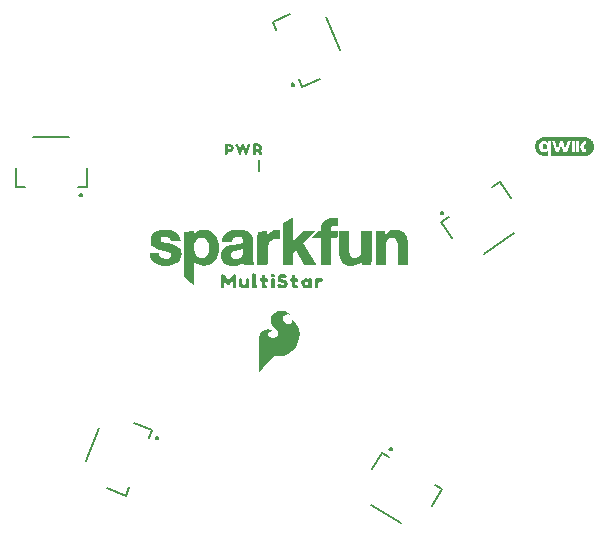
<source format=gto>
G04 EAGLE Gerber RS-274X export*
G75*
%MOMM*%
%FSLAX34Y34*%
%LPD*%
%INSilkscreen Top*%
%IPPOS*%
%AMOC8*
5,1,8,0,0,1.08239X$1,22.5*%
G01*
%ADD10C,0.203200*%

G36*
X313395Y190290D02*
X313395Y190290D01*
X313479Y190293D01*
X313480Y190293D01*
X313481Y190293D01*
X313559Y190336D01*
X313632Y190375D01*
X313632Y190376D01*
X313633Y190376D01*
X313637Y190382D01*
X313720Y190490D01*
X313793Y190635D01*
X314149Y190991D01*
X314156Y191002D01*
X314169Y191013D01*
X314769Y191713D01*
X314773Y191720D01*
X314780Y191727D01*
X315472Y192616D01*
X316363Y193606D01*
X316366Y193611D01*
X316372Y193617D01*
X317367Y194810D01*
X318460Y196003D01*
X319659Y197301D01*
X320959Y198701D01*
X320963Y198708D01*
X320970Y198714D01*
X322060Y200002D01*
X323142Y201084D01*
X324117Y201962D01*
X325069Y202628D01*
X326110Y203101D01*
X327131Y203380D01*
X330980Y203380D01*
X331000Y203385D01*
X331027Y203383D01*
X333427Y203683D01*
X333449Y203691D01*
X333480Y203693D01*
X335680Y204293D01*
X335703Y204305D01*
X335736Y204313D01*
X337736Y205213D01*
X337755Y205227D01*
X337783Y205239D01*
X339683Y206439D01*
X339694Y206449D01*
X339711Y206458D01*
X341411Y207758D01*
X341428Y207779D01*
X341457Y207800D01*
X342957Y209400D01*
X342965Y209414D01*
X342980Y209427D01*
X344380Y211227D01*
X344393Y211254D01*
X344418Y211286D01*
X346318Y214986D01*
X346326Y215017D01*
X346346Y215058D01*
X347346Y218658D01*
X347348Y218692D01*
X347360Y218738D01*
X347560Y222238D01*
X347554Y222270D01*
X347556Y222317D01*
X347056Y225617D01*
X347045Y225646D01*
X347038Y225688D01*
X346038Y228488D01*
X346024Y228509D01*
X346014Y228541D01*
X344714Y230941D01*
X344688Y230970D01*
X344649Y231029D01*
X342949Y232729D01*
X342919Y232747D01*
X342882Y232782D01*
X341282Y233782D01*
X341216Y233805D01*
X341152Y233833D01*
X341135Y233833D01*
X341118Y233838D01*
X341049Y233829D01*
X340979Y233827D01*
X340964Y233818D01*
X340946Y233816D01*
X340888Y233777D01*
X340827Y233744D01*
X340817Y233729D01*
X340802Y233719D01*
X340767Y233659D01*
X340727Y233602D01*
X340724Y233583D01*
X340716Y233569D01*
X340713Y233530D01*
X340700Y233460D01*
X340700Y232860D01*
X340707Y232830D01*
X340707Y232785D01*
X340793Y232354D01*
X340617Y231294D01*
X340378Y230896D01*
X339963Y230481D01*
X339402Y230240D01*
X338833Y230240D01*
X337518Y230616D01*
X336777Y230987D01*
X335415Y231960D01*
X334738Y232539D01*
X334279Y232998D01*
X333802Y233762D01*
X333799Y233765D01*
X333796Y233771D01*
X333429Y234322D01*
X333252Y234944D01*
X333165Y235460D01*
X333248Y235957D01*
X333427Y236404D01*
X333702Y236954D01*
X334056Y237396D01*
X334794Y238042D01*
X335172Y238231D01*
X335513Y238401D01*
X336247Y238585D01*
X337101Y238680D01*
X338333Y238680D01*
X338688Y238591D01*
X338724Y238591D01*
X338780Y238580D01*
X338880Y238580D01*
X338941Y238594D01*
X339004Y238600D01*
X339025Y238614D01*
X339049Y238619D01*
X339097Y238659D01*
X339150Y238693D01*
X339163Y238714D01*
X339182Y238729D01*
X339208Y238787D01*
X339241Y238840D01*
X339243Y238865D01*
X339253Y238888D01*
X339251Y238950D01*
X339257Y239013D01*
X339248Y239036D01*
X339247Y239061D01*
X339217Y239116D01*
X339194Y239175D01*
X339174Y239194D01*
X339164Y239213D01*
X339133Y239234D01*
X339091Y239276D01*
X338797Y239473D01*
X338101Y239969D01*
X338086Y239975D01*
X338072Y239988D01*
X336872Y240688D01*
X336848Y240696D01*
X336821Y240713D01*
X335321Y241313D01*
X335303Y241316D01*
X335282Y241326D01*
X333482Y241826D01*
X333448Y241828D01*
X333399Y241840D01*
X331399Y241940D01*
X331361Y241933D01*
X331296Y241931D01*
X329096Y241431D01*
X329062Y241414D01*
X329004Y241397D01*
X326704Y240197D01*
X326679Y240176D01*
X326638Y240154D01*
X324938Y238754D01*
X324915Y238723D01*
X324867Y238675D01*
X323767Y237075D01*
X323753Y237040D01*
X323721Y236987D01*
X323121Y235287D01*
X323118Y235252D01*
X323116Y235241D01*
X323107Y235222D01*
X323108Y235200D01*
X323100Y235160D01*
X323100Y233460D01*
X323109Y233422D01*
X323115Y233353D01*
X323615Y231653D01*
X323629Y231628D01*
X323640Y231590D01*
X324540Y229790D01*
X324559Y229767D01*
X324578Y229729D01*
X325878Y228029D01*
X325895Y228015D01*
X325911Y227991D01*
X327602Y226301D01*
X328858Y224851D01*
X329500Y223476D01*
X329500Y222217D01*
X329141Y221052D01*
X328329Y220150D01*
X327219Y219409D01*
X325927Y219040D01*
X324431Y219040D01*
X323391Y219324D01*
X322571Y219597D01*
X321938Y220139D01*
X321393Y220685D01*
X321136Y221198D01*
X320960Y221813D01*
X320960Y222398D01*
X321121Y222881D01*
X321368Y223210D01*
X321734Y223576D01*
X322213Y223959D01*
X322568Y224226D01*
X323021Y224407D01*
X323033Y224415D01*
X323050Y224420D01*
X323294Y224542D01*
X323650Y224720D01*
X323679Y224744D01*
X323749Y224791D01*
X323849Y224891D01*
X323862Y224913D01*
X323882Y224929D01*
X323908Y224986D01*
X323940Y225038D01*
X323943Y225064D01*
X323953Y225088D01*
X323951Y225149D01*
X323957Y225211D01*
X323948Y225235D01*
X323947Y225261D01*
X323917Y225315D01*
X323895Y225373D01*
X323876Y225390D01*
X323864Y225413D01*
X323814Y225448D01*
X323768Y225490D01*
X323743Y225498D01*
X323722Y225513D01*
X323638Y225529D01*
X323602Y225540D01*
X323592Y225538D01*
X323580Y225540D01*
X323542Y225540D01*
X323311Y225617D01*
X322821Y225813D01*
X322786Y225818D01*
X322734Y225836D01*
X322034Y225936D01*
X322010Y225934D01*
X321980Y225940D01*
X320180Y225940D01*
X320150Y225933D01*
X320105Y225933D01*
X319105Y225733D01*
X319095Y225728D01*
X319080Y225727D01*
X317980Y225427D01*
X317963Y225418D01*
X317939Y225413D01*
X316939Y225013D01*
X316912Y224994D01*
X316869Y224976D01*
X315969Y224376D01*
X315948Y224354D01*
X315911Y224329D01*
X315111Y223529D01*
X315100Y223511D01*
X315080Y223493D01*
X314380Y222593D01*
X314369Y222569D01*
X314346Y222542D01*
X313746Y221442D01*
X313737Y221409D01*
X313714Y221364D01*
X313314Y219964D01*
X313313Y219939D01*
X313303Y219907D01*
X313103Y218307D01*
X313104Y218295D01*
X313100Y218280D01*
X313000Y216380D01*
X313002Y216371D01*
X313000Y216360D01*
X313000Y190660D01*
X313020Y190575D01*
X313039Y190493D01*
X313039Y190492D01*
X313039Y190491D01*
X313096Y190423D01*
X313148Y190359D01*
X313149Y190358D01*
X313227Y190323D01*
X313306Y190287D01*
X313307Y190287D01*
X313308Y190287D01*
X313395Y190290D01*
G37*
G36*
X258155Y263792D02*
X258155Y263792D01*
X258181Y263793D01*
X258235Y263823D01*
X258293Y263845D01*
X258310Y263864D01*
X258333Y263876D01*
X258368Y263927D01*
X258410Y263972D01*
X258418Y263997D01*
X258433Y264018D01*
X258449Y264102D01*
X258460Y264138D01*
X258458Y264148D01*
X258460Y264160D01*
X258460Y283601D01*
X258683Y283322D01*
X258690Y283317D01*
X258696Y283307D01*
X259496Y282407D01*
X259525Y282387D01*
X259562Y282349D01*
X260562Y281649D01*
X260573Y281644D01*
X260584Y281634D01*
X261584Y281034D01*
X261607Y281027D01*
X261634Y281009D01*
X262834Y280509D01*
X262855Y280505D01*
X262880Y280493D01*
X263980Y280193D01*
X263999Y280192D01*
X264022Y280184D01*
X265322Y279984D01*
X265335Y279985D01*
X265351Y279981D01*
X266651Y279881D01*
X266680Y279885D01*
X266719Y279882D01*
X269619Y280182D01*
X269653Y280194D01*
X269709Y280202D01*
X272209Y281102D01*
X272239Y281122D01*
X272291Y281144D01*
X274391Y282544D01*
X274415Y282569D01*
X274456Y282599D01*
X276256Y284499D01*
X276273Y284528D01*
X276307Y284567D01*
X277607Y286767D01*
X277614Y286789D01*
X277631Y286814D01*
X278631Y289214D01*
X278636Y289242D01*
X278651Y289278D01*
X279251Y291978D01*
X279251Y292002D01*
X279259Y292033D01*
X279459Y294833D01*
X279456Y294856D01*
X279459Y294885D01*
X279259Y297885D01*
X279252Y297908D01*
X279252Y297940D01*
X278652Y300740D01*
X278646Y300753D01*
X278645Y300765D01*
X278637Y300779D01*
X278633Y300801D01*
X277633Y303301D01*
X277620Y303320D01*
X277611Y303347D01*
X276311Y305647D01*
X276286Y305674D01*
X276256Y305722D01*
X274456Y307622D01*
X274428Y307640D01*
X274394Y307674D01*
X272194Y309174D01*
X272158Y309188D01*
X272100Y309221D01*
X269400Y310121D01*
X269366Y310124D01*
X269317Y310138D01*
X266217Y310438D01*
X266189Y310435D01*
X266151Y310439D01*
X264851Y310339D01*
X264836Y310335D01*
X264818Y310335D01*
X263618Y310135D01*
X263605Y310130D01*
X263588Y310129D01*
X262388Y309829D01*
X262372Y309821D01*
X262350Y309817D01*
X261250Y309417D01*
X261218Y309397D01*
X261162Y309372D01*
X259162Y307972D01*
X259138Y307945D01*
X259096Y307913D01*
X258296Y307013D01*
X258288Y306998D01*
X258272Y306984D01*
X258160Y306829D01*
X258160Y309260D01*
X258144Y309328D01*
X258135Y309397D01*
X258125Y309411D01*
X258121Y309429D01*
X258076Y309482D01*
X258037Y309540D01*
X258022Y309549D01*
X258011Y309562D01*
X257947Y309591D01*
X257886Y309625D01*
X257867Y309627D01*
X257852Y309633D01*
X257813Y309632D01*
X257742Y309638D01*
X256742Y309538D01*
X256723Y309532D01*
X256698Y309531D01*
X254918Y309136D01*
X254038Y309038D01*
X254024Y309033D01*
X254005Y309033D01*
X253022Y308836D01*
X252138Y308738D01*
X252121Y308732D01*
X252098Y308731D01*
X250298Y308331D01*
X250289Y308327D01*
X250279Y308327D01*
X250211Y308290D01*
X250141Y308256D01*
X250135Y308249D01*
X250127Y308244D01*
X250083Y308181D01*
X250035Y308119D01*
X250033Y308110D01*
X250027Y308102D01*
X250000Y307960D01*
X250000Y271060D01*
X250017Y270986D01*
X250030Y270911D01*
X250037Y270901D01*
X250039Y270891D01*
X250063Y270862D01*
X250111Y270791D01*
X251011Y269891D01*
X251027Y269881D01*
X251042Y269863D01*
X252034Y269070D01*
X253026Y268177D01*
X253034Y268173D01*
X253042Y268163D01*
X254026Y267376D01*
X254911Y266491D01*
X254919Y266486D01*
X254926Y266477D01*
X255926Y265577D01*
X255934Y265573D01*
X255942Y265563D01*
X256926Y264776D01*
X257811Y263891D01*
X257833Y263878D01*
X257849Y263858D01*
X257906Y263832D01*
X257958Y263800D01*
X257984Y263797D01*
X258008Y263787D01*
X258069Y263789D01*
X258131Y263783D01*
X258155Y263792D01*
G37*
G36*
X560962Y372673D02*
X560962Y372673D01*
X588459Y372673D01*
X588461Y372674D01*
X588463Y372673D01*
X588990Y372706D01*
X588991Y372706D01*
X588993Y372706D01*
X590045Y372812D01*
X590047Y372814D01*
X590051Y372813D01*
X590567Y372920D01*
X590569Y372922D01*
X590572Y372921D01*
X591583Y373235D01*
X591584Y373237D01*
X591588Y373237D01*
X592073Y373442D01*
X592075Y373444D01*
X592079Y373444D01*
X593008Y373949D01*
X593010Y373952D01*
X593014Y373952D01*
X593448Y374250D01*
X593449Y374253D01*
X593452Y374254D01*
X594268Y374927D01*
X594269Y374930D01*
X594273Y374932D01*
X594638Y375311D01*
X594639Y375313D01*
X594641Y375315D01*
X595314Y376130D01*
X595315Y376134D01*
X595319Y376137D01*
X595600Y376582D01*
X595600Y376584D01*
X595602Y376586D01*
X596107Y377515D01*
X596106Y377519D01*
X596110Y377523D01*
X596296Y378016D01*
X596295Y378018D01*
X596297Y378020D01*
X596611Y379030D01*
X596610Y379034D01*
X596613Y379038D01*
X596698Y379558D01*
X596697Y379559D01*
X596699Y379562D01*
X596805Y380614D01*
X596803Y380617D01*
X596805Y380621D01*
X596797Y381147D01*
X596795Y381149D01*
X596796Y381153D01*
X596690Y382205D01*
X596688Y382207D01*
X596689Y382211D01*
X596587Y382727D01*
X596585Y382729D01*
X596585Y382733D01*
X596272Y383743D01*
X596269Y383745D01*
X596270Y383749D01*
X596068Y384235D01*
X596066Y384237D01*
X596066Y384241D01*
X595561Y385170D01*
X595559Y385172D01*
X595558Y385176D01*
X595263Y385612D01*
X595261Y385613D01*
X595260Y385617D01*
X594587Y386432D01*
X594584Y386433D01*
X594582Y386437D01*
X594205Y386805D01*
X594203Y386806D01*
X594202Y386809D01*
X593386Y387482D01*
X593382Y387482D01*
X593380Y387486D01*
X592936Y387770D01*
X592934Y387770D01*
X592933Y387773D01*
X592003Y388277D01*
X591999Y388277D01*
X591996Y388281D01*
X591504Y388470D01*
X591502Y388470D01*
X591500Y388471D01*
X590490Y388785D01*
X590487Y388784D01*
X590482Y388787D01*
X589964Y388877D01*
X589962Y388876D01*
X589959Y388877D01*
X588907Y388983D01*
X588666Y389008D01*
X588663Y389006D01*
X588660Y389008D01*
X555344Y389008D01*
X554815Y389003D01*
X554813Y389001D01*
X554810Y389002D01*
X553231Y388843D01*
X553227Y388840D01*
X553219Y388841D01*
X551704Y388371D01*
X551700Y388366D01*
X551692Y388366D01*
X550299Y387609D01*
X550296Y387604D01*
X550289Y387602D01*
X549071Y386586D01*
X549069Y386581D01*
X549062Y386577D01*
X548064Y385346D01*
X548064Y385341D01*
X548058Y385336D01*
X547553Y384407D01*
X547554Y384406D01*
X547552Y384405D01*
X547317Y383933D01*
X547318Y383928D01*
X547313Y383923D01*
X547000Y382913D01*
X547000Y382912D01*
X546999Y382911D01*
X546860Y382403D01*
X546861Y382398D01*
X546858Y382392D01*
X546705Y380814D01*
X546708Y380809D01*
X546705Y380801D01*
X546865Y379223D01*
X546868Y379219D01*
X546867Y379211D01*
X547333Y377695D01*
X547337Y377691D01*
X547338Y377683D01*
X548089Y376287D01*
X548094Y376284D01*
X548096Y376277D01*
X548159Y376201D01*
X548366Y375950D01*
X548367Y375950D01*
X548574Y375699D01*
X548782Y375448D01*
X548990Y375197D01*
X549107Y375055D01*
X549113Y375053D01*
X549116Y375046D01*
X550346Y374045D01*
X550351Y374045D01*
X550356Y374039D01*
X551756Y373295D01*
X551761Y373296D01*
X551767Y373290D01*
X553285Y372833D01*
X553290Y372835D01*
X553297Y372831D01*
X554875Y372673D01*
X554878Y372674D01*
X554881Y372673D01*
X557378Y372673D01*
X557397Y372685D01*
X557420Y372689D01*
X557426Y372704D01*
X557435Y372709D01*
X557433Y372720D01*
X557440Y372736D01*
X557439Y372885D01*
X557439Y377268D01*
X557432Y377279D01*
X557434Y377292D01*
X557415Y377305D01*
X557402Y377325D01*
X557389Y377323D01*
X557378Y377331D01*
X557344Y377317D01*
X557335Y377315D01*
X557333Y377312D01*
X557330Y377311D01*
X557108Y377072D01*
X556727Y376718D01*
X556294Y376434D01*
X555822Y376221D01*
X555320Y376095D01*
X554804Y376038D01*
X554283Y376059D01*
X553764Y376108D01*
X553262Y376245D01*
X552771Y376415D01*
X552318Y376669D01*
X551901Y376977D01*
X551514Y377323D01*
X551206Y377742D01*
X550929Y378182D01*
X550714Y378657D01*
X550554Y379152D01*
X550429Y379659D01*
X550330Y380701D01*
X550395Y381745D01*
X550510Y382254D01*
X550643Y382759D01*
X550859Y383232D01*
X551113Y383687D01*
X551419Y384107D01*
X551791Y384468D01*
X552194Y384793D01*
X552648Y385046D01*
X553132Y385234D01*
X553629Y385385D01*
X554670Y385465D01*
X555187Y385416D01*
X555693Y385301D01*
X556175Y385111D01*
X556617Y384842D01*
X557018Y384509D01*
X557333Y384214D01*
X557344Y384212D01*
X557350Y384203D01*
X557375Y384207D01*
X557400Y384202D01*
X557406Y384211D01*
X557417Y384213D01*
X557436Y384254D01*
X557439Y384258D01*
X557438Y384259D01*
X557439Y384260D01*
X557439Y385315D01*
X557443Y385368D01*
X560388Y385368D01*
X560388Y372728D01*
X560400Y372709D01*
X560404Y372686D01*
X560419Y372680D01*
X560424Y372671D01*
X560435Y372673D01*
X560451Y372666D01*
X560962Y372673D01*
G37*
G36*
X291603Y279785D02*
X291603Y279785D01*
X291634Y279784D01*
X292334Y279884D01*
X292338Y279885D01*
X292343Y279885D01*
X292911Y279980D01*
X293580Y279980D01*
X293606Y279986D01*
X293643Y279985D01*
X294243Y280085D01*
X294260Y280092D01*
X294284Y280094D01*
X294964Y280289D01*
X295543Y280385D01*
X295566Y280395D01*
X295600Y280399D01*
X296200Y280599D01*
X296220Y280612D01*
X296250Y280620D01*
X296826Y280908D01*
X297400Y281099D01*
X297420Y281112D01*
X297450Y281120D01*
X297891Y281340D01*
X298050Y281420D01*
X298060Y281428D01*
X298076Y281434D01*
X298576Y281734D01*
X298582Y281740D01*
X298591Y281744D01*
X299191Y282144D01*
X299201Y282154D01*
X299218Y282163D01*
X300100Y282869D01*
X300100Y282660D01*
X300103Y282645D01*
X300101Y282630D01*
X300138Y282498D01*
X300139Y282491D01*
X300140Y282491D01*
X300140Y282490D01*
X300200Y282370D01*
X300200Y282160D01*
X300203Y282145D01*
X300201Y282130D01*
X300238Y281998D01*
X300239Y281991D01*
X300240Y281991D01*
X300240Y281990D01*
X300300Y281870D01*
X300300Y281760D01*
X300317Y281686D01*
X300330Y281611D01*
X300337Y281601D01*
X300339Y281591D01*
X300363Y281562D01*
X300400Y281508D01*
X300400Y281460D01*
X300403Y281445D01*
X300401Y281430D01*
X300438Y281298D01*
X300439Y281291D01*
X300440Y281291D01*
X300440Y281290D01*
X300540Y281090D01*
X300564Y281061D01*
X300600Y281008D01*
X300600Y280960D01*
X300611Y280910D01*
X300613Y280859D01*
X300631Y280827D01*
X300639Y280791D01*
X300672Y280752D01*
X300696Y280707D01*
X300726Y280686D01*
X300749Y280658D01*
X300796Y280637D01*
X300838Y280607D01*
X300880Y280599D01*
X300908Y280587D01*
X300938Y280588D01*
X300980Y280580D01*
X308880Y280580D01*
X308930Y280592D01*
X308982Y280594D01*
X309014Y280611D01*
X309049Y280619D01*
X309089Y280652D01*
X309134Y280677D01*
X309155Y280707D01*
X309182Y280729D01*
X309204Y280777D01*
X309233Y280819D01*
X309239Y280855D01*
X309253Y280888D01*
X309251Y280939D01*
X309259Y280990D01*
X309248Y281031D01*
X309247Y281061D01*
X309232Y281088D01*
X309220Y281130D01*
X309120Y281330D01*
X309107Y281346D01*
X309096Y281371D01*
X308925Y281629D01*
X308745Y282166D01*
X308660Y282507D01*
X308660Y282760D01*
X308652Y282796D01*
X308649Y282852D01*
X308460Y283607D01*
X308460Y283960D01*
X308453Y283990D01*
X308453Y284035D01*
X308360Y284498D01*
X308360Y284860D01*
X308353Y284890D01*
X308353Y284935D01*
X308260Y285398D01*
X308260Y301960D01*
X308257Y301974D01*
X308259Y301992D01*
X308159Y303192D01*
X308154Y303207D01*
X308154Y303228D01*
X307954Y304328D01*
X307941Y304357D01*
X307933Y304401D01*
X307533Y305401D01*
X307525Y305413D01*
X307520Y305430D01*
X307120Y306230D01*
X307102Y306252D01*
X307084Y306288D01*
X306484Y307088D01*
X306458Y307110D01*
X306427Y307149D01*
X305727Y307749D01*
X305717Y307754D01*
X305708Y307764D01*
X304908Y308364D01*
X304887Y308373D01*
X304865Y308392D01*
X303965Y308892D01*
X303950Y308897D01*
X303934Y308907D01*
X303034Y309307D01*
X303014Y309311D01*
X302989Y309324D01*
X301989Y309624D01*
X301973Y309625D01*
X301955Y309633D01*
X300955Y309833D01*
X300952Y309833D01*
X300948Y309834D01*
X298748Y310234D01*
X298733Y310233D01*
X298714Y310239D01*
X297614Y310339D01*
X297599Y310337D01*
X297580Y310340D01*
X293080Y310340D01*
X293054Y310334D01*
X293018Y310335D01*
X291818Y310135D01*
X291815Y310134D01*
X291812Y310134D01*
X290712Y309934D01*
X290698Y309928D01*
X290680Y309927D01*
X288480Y309327D01*
X288463Y309318D01*
X288439Y309313D01*
X287439Y308913D01*
X287417Y308898D01*
X287384Y308886D01*
X286390Y308289D01*
X285495Y307792D01*
X285471Y307770D01*
X285430Y307746D01*
X284630Y307046D01*
X284617Y307028D01*
X284594Y307010D01*
X283894Y306210D01*
X283884Y306191D01*
X283864Y306171D01*
X282664Y304371D01*
X282651Y304337D01*
X282623Y304290D01*
X282223Y303190D01*
X282219Y303161D01*
X282205Y303123D01*
X282005Y301923D01*
X282005Y301920D01*
X282004Y301918D01*
X281804Y300618D01*
X281810Y300539D01*
X281813Y300459D01*
X281817Y300453D01*
X281818Y300445D01*
X281858Y300377D01*
X281896Y300307D01*
X281902Y300303D01*
X281906Y300296D01*
X281973Y300253D01*
X282038Y300207D01*
X282046Y300206D01*
X282052Y300202D01*
X282085Y300198D01*
X282180Y300180D01*
X289980Y300180D01*
X290030Y300191D01*
X290081Y300193D01*
X290113Y300211D01*
X290149Y300219D01*
X290188Y300252D01*
X290233Y300276D01*
X290254Y300306D01*
X290282Y300329D01*
X290303Y300376D01*
X290333Y300418D01*
X290341Y300460D01*
X290353Y300488D01*
X290352Y300518D01*
X290360Y300560D01*
X290360Y301122D01*
X290443Y301536D01*
X290620Y301890D01*
X290623Y301904D01*
X290633Y301919D01*
X290827Y302404D01*
X291010Y302769D01*
X291176Y303018D01*
X291722Y303565D01*
X291971Y303731D01*
X292060Y303775D01*
X292704Y304097D01*
X293155Y304187D01*
X293162Y304191D01*
X293172Y304191D01*
X293563Y304289D01*
X294518Y304480D01*
X296042Y304480D01*
X296505Y304387D01*
X296537Y304388D01*
X296580Y304380D01*
X296942Y304380D01*
X297397Y304289D01*
X297747Y304201D01*
X298089Y304031D01*
X298369Y303844D01*
X298389Y303836D01*
X298410Y303820D01*
X298755Y303648D01*
X298985Y303418D01*
X299342Y302882D01*
X299517Y302443D01*
X299607Y302082D01*
X299700Y301529D01*
X299700Y301077D01*
X299611Y300102D01*
X299124Y299453D01*
X298326Y299010D01*
X297167Y298623D01*
X295802Y298233D01*
X294334Y298037D01*
X292637Y297838D01*
X290838Y297638D01*
X290837Y297638D01*
X290836Y297638D01*
X290835Y297637D01*
X290833Y297637D01*
X290826Y297635D01*
X290818Y297635D01*
X289018Y297335D01*
X289007Y297331D01*
X288993Y297330D01*
X287293Y296930D01*
X287274Y296921D01*
X287247Y296916D01*
X285647Y296316D01*
X285622Y296300D01*
X285584Y296286D01*
X284084Y295386D01*
X284066Y295368D01*
X284037Y295352D01*
X282837Y294352D01*
X282813Y294321D01*
X282760Y294266D01*
X281860Y292866D01*
X281848Y292831D01*
X281819Y292780D01*
X281219Y290980D01*
X281217Y290950D01*
X281203Y290911D01*
X280903Y288711D01*
X280907Y288677D01*
X280901Y288626D01*
X281001Y287526D01*
X281002Y287522D01*
X281002Y287518D01*
X281102Y286618D01*
X281113Y286587D01*
X281119Y286540D01*
X281719Y284740D01*
X281736Y284713D01*
X281750Y284671D01*
X282550Y283271D01*
X282570Y283249D01*
X282591Y283213D01*
X283191Y282513D01*
X283213Y282496D01*
X283237Y282468D01*
X283837Y281968D01*
X283848Y281962D01*
X283859Y281951D01*
X284559Y281451D01*
X284575Y281444D01*
X284591Y281430D01*
X285291Y281030D01*
X285301Y281027D01*
X285310Y281020D01*
X286110Y280620D01*
X286133Y280614D01*
X286160Y280599D01*
X287060Y280299D01*
X287077Y280298D01*
X287098Y280289D01*
X288898Y279889D01*
X288917Y279889D01*
X288942Y279882D01*
X289942Y279782D01*
X289959Y279784D01*
X289980Y279780D01*
X291580Y279780D01*
X291603Y279785D01*
G37*
G36*
X341330Y280691D02*
X341330Y280691D01*
X341381Y280693D01*
X341413Y280711D01*
X341449Y280719D01*
X341488Y280752D01*
X341533Y280776D01*
X341554Y280806D01*
X341582Y280829D01*
X341603Y280876D01*
X341633Y280918D01*
X341641Y280960D01*
X341653Y280988D01*
X341652Y281018D01*
X341660Y281060D01*
X341660Y290599D01*
X344203Y293057D01*
X351656Y280862D01*
X351680Y280837D01*
X351696Y280807D01*
X351740Y280776D01*
X351777Y280738D01*
X351810Y280727D01*
X351838Y280707D01*
X351904Y280695D01*
X351941Y280682D01*
X351958Y280684D01*
X351980Y280680D01*
X361380Y280680D01*
X361452Y280697D01*
X361526Y280709D01*
X361536Y280716D01*
X361549Y280719D01*
X361606Y280767D01*
X361667Y280810D01*
X361673Y280821D01*
X361682Y280829D01*
X361713Y280897D01*
X361748Y280963D01*
X361748Y280976D01*
X361753Y280988D01*
X361750Y281062D01*
X361753Y281136D01*
X361747Y281149D01*
X361747Y281161D01*
X361728Y281194D01*
X361697Y281270D01*
X350071Y298807D01*
X360545Y308987D01*
X360560Y309011D01*
X360582Y309029D01*
X360607Y309083D01*
X360639Y309133D01*
X360642Y309162D01*
X360653Y309188D01*
X360651Y309247D01*
X360658Y309305D01*
X360648Y309332D01*
X360647Y309361D01*
X360618Y309413D01*
X360598Y309468D01*
X360578Y309488D01*
X360564Y309513D01*
X360516Y309547D01*
X360473Y309588D01*
X360445Y309596D01*
X360422Y309613D01*
X360344Y309628D01*
X360307Y309639D01*
X360295Y309637D01*
X360280Y309640D01*
X351080Y309640D01*
X351003Y309622D01*
X350926Y309608D01*
X350919Y309602D01*
X350911Y309601D01*
X350885Y309579D01*
X350807Y309525D01*
X341660Y300098D01*
X341660Y320060D01*
X341647Y320118D01*
X341642Y320177D01*
X341627Y320201D01*
X341621Y320229D01*
X341583Y320275D01*
X341553Y320325D01*
X341529Y320340D01*
X341511Y320362D01*
X341456Y320387D01*
X341407Y320419D01*
X341378Y320422D01*
X341352Y320433D01*
X341293Y320431D01*
X341234Y320438D01*
X341204Y320428D01*
X341179Y320427D01*
X341148Y320410D01*
X341096Y320393D01*
X333296Y316093D01*
X333265Y316064D01*
X333227Y316044D01*
X333201Y316007D01*
X333168Y315977D01*
X333152Y315937D01*
X333127Y315902D01*
X333117Y315849D01*
X333104Y315816D01*
X333106Y315792D01*
X333100Y315760D01*
X333100Y281060D01*
X333111Y281010D01*
X333113Y280959D01*
X333131Y280927D01*
X333139Y280891D01*
X333172Y280852D01*
X333196Y280807D01*
X333226Y280786D01*
X333249Y280758D01*
X333296Y280737D01*
X333338Y280707D01*
X333380Y280699D01*
X333408Y280687D01*
X333438Y280688D01*
X333480Y280680D01*
X341280Y280680D01*
X341330Y280691D01*
G37*
G36*
X420030Y280691D02*
X420030Y280691D01*
X420081Y280693D01*
X420113Y280711D01*
X420149Y280719D01*
X420188Y280752D01*
X420233Y280776D01*
X420254Y280806D01*
X420282Y280829D01*
X420303Y280876D01*
X420333Y280918D01*
X420341Y280960D01*
X420353Y280988D01*
X420352Y281018D01*
X420360Y281060D01*
X420360Y295850D01*
X420459Y297828D01*
X420653Y299473D01*
X421128Y300804D01*
X421688Y301830D01*
X422410Y302552D01*
X423432Y303110D01*
X424554Y303484D01*
X425978Y303579D01*
X427193Y303485D01*
X428116Y303116D01*
X428937Y302660D01*
X429567Y301940D01*
X430023Y301119D01*
X430306Y299987D01*
X430501Y298622D01*
X430600Y296949D01*
X430600Y281060D01*
X430611Y281010D01*
X430613Y280959D01*
X430631Y280927D01*
X430639Y280891D01*
X430672Y280852D01*
X430696Y280807D01*
X430726Y280786D01*
X430749Y280758D01*
X430796Y280737D01*
X430838Y280707D01*
X430880Y280699D01*
X430908Y280687D01*
X430938Y280688D01*
X430980Y280680D01*
X438680Y280680D01*
X438730Y280691D01*
X438781Y280693D01*
X438813Y280711D01*
X438849Y280719D01*
X438888Y280752D01*
X438933Y280776D01*
X438954Y280806D01*
X438982Y280829D01*
X439003Y280876D01*
X439033Y280918D01*
X439041Y280960D01*
X439053Y280988D01*
X439052Y281018D01*
X439060Y281060D01*
X439060Y298460D01*
X439059Y298467D01*
X439060Y298475D01*
X438960Y300975D01*
X438956Y300991D01*
X438957Y301011D01*
X438657Y303211D01*
X438648Y303235D01*
X438644Y303269D01*
X438044Y305269D01*
X438026Y305301D01*
X438008Y305353D01*
X437008Y307053D01*
X436982Y307080D01*
X436949Y307129D01*
X435549Y308529D01*
X435516Y308549D01*
X435465Y308592D01*
X433665Y309592D01*
X433629Y309603D01*
X433576Y309628D01*
X431276Y310228D01*
X431246Y310229D01*
X431207Y310239D01*
X428407Y310439D01*
X428382Y310435D01*
X428348Y310439D01*
X427148Y310339D01*
X427135Y310335D01*
X427118Y310335D01*
X425918Y310135D01*
X425905Y310130D01*
X425888Y310129D01*
X424688Y309829D01*
X424666Y309818D01*
X424634Y309811D01*
X423434Y309311D01*
X423411Y309295D01*
X423376Y309281D01*
X422276Y308581D01*
X422263Y308568D01*
X422242Y308557D01*
X421242Y307757D01*
X421226Y307736D01*
X421197Y307714D01*
X420297Y306714D01*
X420289Y306699D01*
X420272Y306684D01*
X420060Y306392D01*
X420060Y309260D01*
X420049Y309310D01*
X420047Y309361D01*
X420029Y309393D01*
X420021Y309429D01*
X419988Y309468D01*
X419964Y309513D01*
X419934Y309534D01*
X419911Y309562D01*
X419864Y309583D01*
X419822Y309613D01*
X419780Y309621D01*
X419752Y309633D01*
X419722Y309632D01*
X419680Y309640D01*
X412280Y309640D01*
X412236Y309630D01*
X412190Y309629D01*
X412152Y309610D01*
X412111Y309601D01*
X412076Y309572D01*
X412035Y309551D01*
X412010Y309517D01*
X411978Y309491D01*
X411959Y309449D01*
X411932Y309412D01*
X411921Y309364D01*
X411907Y309332D01*
X411908Y309306D01*
X411900Y309271D01*
X411800Y305771D01*
X411801Y305766D01*
X411800Y305760D01*
X411800Y281060D01*
X411811Y281010D01*
X411813Y280959D01*
X411831Y280927D01*
X411839Y280891D01*
X411872Y280852D01*
X411896Y280807D01*
X411926Y280786D01*
X411949Y280758D01*
X411996Y280737D01*
X412038Y280707D01*
X412080Y280699D01*
X412108Y280687D01*
X412138Y280688D01*
X412180Y280680D01*
X419980Y280680D01*
X420030Y280691D01*
G37*
G36*
X391878Y279885D02*
X391878Y279885D01*
X391912Y279881D01*
X393112Y279981D01*
X393125Y279985D01*
X393143Y279985D01*
X394343Y280185D01*
X394355Y280190D01*
X394372Y280191D01*
X395572Y280491D01*
X395594Y280502D01*
X395626Y280509D01*
X396826Y281009D01*
X396849Y281025D01*
X396884Y281039D01*
X397984Y281739D01*
X397997Y281752D01*
X398018Y281763D01*
X399018Y282563D01*
X399034Y282584D01*
X399063Y282606D01*
X399963Y283606D01*
X399971Y283621D01*
X399988Y283636D01*
X400200Y283928D01*
X400200Y281060D01*
X400211Y281010D01*
X400213Y280959D01*
X400231Y280927D01*
X400239Y280891D01*
X400272Y280852D01*
X400296Y280807D01*
X400326Y280786D01*
X400349Y280758D01*
X400396Y280737D01*
X400438Y280707D01*
X400480Y280699D01*
X400508Y280687D01*
X400538Y280688D01*
X400580Y280680D01*
X407980Y280680D01*
X408025Y280690D01*
X408070Y280691D01*
X408108Y280710D01*
X408149Y280719D01*
X408184Y280748D01*
X408225Y280769D01*
X408250Y280803D01*
X408282Y280829D01*
X408301Y280871D01*
X408328Y280908D01*
X408339Y280956D01*
X408353Y280988D01*
X408352Y281014D01*
X408360Y281049D01*
X408460Y284549D01*
X408459Y284554D01*
X408460Y284560D01*
X408460Y309260D01*
X408449Y309310D01*
X408447Y309361D01*
X408429Y309393D01*
X408421Y309429D01*
X408388Y309468D01*
X408364Y309513D01*
X408334Y309534D01*
X408311Y309562D01*
X408264Y309583D01*
X408222Y309613D01*
X408180Y309621D01*
X408152Y309633D01*
X408122Y309632D01*
X408080Y309640D01*
X400280Y309640D01*
X400230Y309629D01*
X400179Y309627D01*
X400147Y309609D01*
X400111Y309601D01*
X400072Y309568D01*
X400027Y309544D01*
X400006Y309514D01*
X399978Y309491D01*
X399957Y309444D01*
X399927Y309402D01*
X399919Y309360D01*
X399907Y309332D01*
X399908Y309302D01*
X399900Y309260D01*
X399900Y294470D01*
X399801Y292492D01*
X399607Y290847D01*
X399132Y289516D01*
X398572Y288490D01*
X397850Y287768D01*
X396828Y287210D01*
X395706Y286836D01*
X394282Y286741D01*
X393050Y286836D01*
X392144Y287108D01*
X391322Y287656D01*
X390693Y288285D01*
X390239Y289193D01*
X389954Y290333D01*
X389759Y291698D01*
X389660Y293371D01*
X389660Y309260D01*
X389649Y309310D01*
X389647Y309361D01*
X389629Y309393D01*
X389621Y309429D01*
X389588Y309468D01*
X389564Y309513D01*
X389534Y309534D01*
X389511Y309562D01*
X389464Y309583D01*
X389422Y309613D01*
X389380Y309621D01*
X389352Y309633D01*
X389322Y309632D01*
X389280Y309640D01*
X381580Y309640D01*
X381530Y309629D01*
X381479Y309627D01*
X381447Y309609D01*
X381411Y309601D01*
X381372Y309568D01*
X381327Y309544D01*
X381306Y309514D01*
X381278Y309491D01*
X381257Y309444D01*
X381227Y309402D01*
X381219Y309360D01*
X381207Y309332D01*
X381208Y309302D01*
X381200Y309260D01*
X381200Y291860D01*
X381201Y291853D01*
X381200Y291845D01*
X381300Y289345D01*
X381304Y289329D01*
X381303Y289309D01*
X381603Y287109D01*
X381612Y287085D01*
X381616Y287051D01*
X382216Y285051D01*
X382234Y285019D01*
X382252Y284967D01*
X383252Y283267D01*
X383278Y283240D01*
X383311Y283191D01*
X384711Y281791D01*
X384744Y281771D01*
X384795Y281728D01*
X386595Y280728D01*
X386631Y280717D01*
X386684Y280692D01*
X388984Y280092D01*
X389014Y280091D01*
X389053Y280081D01*
X391853Y279881D01*
X391878Y279885D01*
G37*
G36*
X234279Y279983D02*
X234279Y279983D01*
X234296Y279980D01*
X236696Y280080D01*
X236717Y280086D01*
X236745Y280085D01*
X239045Y280485D01*
X239060Y280492D01*
X239080Y280493D01*
X241280Y281093D01*
X241310Y281109D01*
X241357Y281124D01*
X243257Y282124D01*
X243278Y282141D01*
X243311Y282158D01*
X245011Y283458D01*
X245035Y283487D01*
X245082Y283529D01*
X245099Y283552D01*
X245390Y283932D01*
X245681Y284312D01*
X245972Y284692D01*
X245972Y284693D01*
X246262Y285073D01*
X246263Y285073D01*
X246382Y285229D01*
X246398Y285265D01*
X246435Y285325D01*
X247235Y287425D01*
X247240Y287461D01*
X247258Y287516D01*
X247558Y290116D01*
X247554Y290151D01*
X247558Y290202D01*
X247358Y292002D01*
X247345Y292038D01*
X247333Y292101D01*
X246733Y293601D01*
X246714Y293628D01*
X246696Y293671D01*
X245896Y294871D01*
X245868Y294898D01*
X245823Y294952D01*
X244623Y295952D01*
X244610Y295959D01*
X244596Y295973D01*
X243296Y296873D01*
X243262Y296886D01*
X243214Y296916D01*
X241614Y297516D01*
X241604Y297517D01*
X241593Y297523D01*
X239993Y298023D01*
X239981Y298024D01*
X239967Y298030D01*
X238269Y298430D01*
X236672Y298829D01*
X236662Y298829D01*
X236650Y298834D01*
X235064Y299131D01*
X233585Y299526D01*
X232315Y299916D01*
X231265Y300393D01*
X230435Y300947D01*
X229931Y301535D01*
X229765Y302278D01*
X229849Y302948D01*
X230093Y303435D01*
X230505Y303848D01*
X230760Y303975D01*
X231040Y304115D01*
X231684Y304391D01*
X232307Y304480D01*
X234759Y304480D01*
X235598Y304387D01*
X236434Y304108D01*
X237170Y303740D01*
X237710Y303290D01*
X238154Y302757D01*
X238515Y301944D01*
X238707Y300985D01*
X238713Y300973D01*
X238713Y300959D01*
X238749Y300895D01*
X238779Y300828D01*
X238790Y300819D01*
X238796Y300807D01*
X238856Y300765D01*
X238913Y300718D01*
X238927Y300715D01*
X238938Y300707D01*
X239080Y300680D01*
X246380Y300680D01*
X246460Y300698D01*
X246540Y300715D01*
X246544Y300718D01*
X246549Y300719D01*
X246612Y300772D01*
X246676Y300822D01*
X246678Y300826D01*
X246682Y300829D01*
X246716Y300904D01*
X246751Y300978D01*
X246751Y300983D01*
X246753Y300988D01*
X246752Y301015D01*
X246755Y301123D01*
X246355Y303523D01*
X246340Y303558D01*
X246324Y303623D01*
X245424Y305523D01*
X245401Y305551D01*
X245375Y305600D01*
X244075Y307200D01*
X244049Y307220D01*
X244046Y307224D01*
X244042Y307230D01*
X244037Y307234D01*
X244018Y307257D01*
X242518Y308457D01*
X242486Y308472D01*
X242443Y308504D01*
X240543Y309404D01*
X240518Y309409D01*
X240489Y309424D01*
X238489Y310024D01*
X238464Y310026D01*
X238431Y310037D01*
X236231Y310337D01*
X236216Y310335D01*
X236197Y310340D01*
X233997Y310440D01*
X233982Y310437D01*
X233963Y310440D01*
X231663Y310340D01*
X231648Y310336D01*
X231629Y310337D01*
X229429Y310037D01*
X229413Y310031D01*
X229392Y310030D01*
X227292Y309530D01*
X227263Y309515D01*
X227217Y309504D01*
X225317Y308604D01*
X225292Y308584D01*
X225252Y308564D01*
X223652Y307364D01*
X223627Y307334D01*
X223576Y307288D01*
X222376Y305688D01*
X222361Y305653D01*
X222327Y305601D01*
X221527Y303601D01*
X221521Y303562D01*
X221501Y303490D01*
X221301Y300990D01*
X221306Y300959D01*
X221302Y300916D01*
X221502Y299216D01*
X221514Y299183D01*
X221522Y299132D01*
X222022Y297732D01*
X222043Y297699D01*
X222076Y297632D01*
X222976Y296432D01*
X223004Y296409D01*
X223039Y296366D01*
X224139Y295466D01*
X224164Y295454D01*
X224191Y295430D01*
X225591Y294630D01*
X225613Y294623D01*
X225639Y294607D01*
X227139Y294007D01*
X227152Y294005D01*
X227167Y293997D01*
X228767Y293497D01*
X228779Y293496D01*
X228793Y293490D01*
X230493Y293090D01*
X230499Y293090D01*
X230505Y293087D01*
X232499Y292688D01*
X234176Y292294D01*
X235660Y291799D01*
X235664Y291799D01*
X235668Y291797D01*
X236924Y291410D01*
X237857Y290851D01*
X238497Y290301D01*
X238915Y289717D01*
X238997Y289057D01*
X238910Y288269D01*
X238560Y287570D01*
X238119Y287041D01*
X237483Y286587D01*
X237119Y286405D01*
X236747Y286219D01*
X235992Y286030D01*
X235138Y285840D01*
X234297Y285840D01*
X233231Y285937D01*
X232169Y286130D01*
X231229Y286412D01*
X230411Y286867D01*
X229768Y287510D01*
X229214Y288248D01*
X228854Y289150D01*
X228759Y290194D01*
X228748Y290227D01*
X228747Y290261D01*
X228721Y290308D01*
X228704Y290359D01*
X228680Y290383D01*
X228664Y290413D01*
X228620Y290444D01*
X228582Y290482D01*
X228550Y290493D01*
X228522Y290513D01*
X228455Y290526D01*
X228418Y290538D01*
X228401Y290536D01*
X228380Y290540D01*
X220980Y290540D01*
X220901Y290522D01*
X220823Y290506D01*
X220818Y290502D01*
X220811Y290501D01*
X220749Y290449D01*
X220685Y290400D01*
X220683Y290395D01*
X220678Y290391D01*
X220645Y290317D01*
X220609Y290245D01*
X220609Y290238D01*
X220607Y290232D01*
X220608Y290202D01*
X220605Y290100D01*
X221005Y287600D01*
X221018Y287566D01*
X221031Y287510D01*
X221931Y285410D01*
X221952Y285381D01*
X221978Y285329D01*
X223278Y283629D01*
X223305Y283607D01*
X223338Y283566D01*
X225038Y282166D01*
X225069Y282151D01*
X225110Y282120D01*
X227110Y281120D01*
X227140Y281113D01*
X227180Y281093D01*
X229380Y280493D01*
X229396Y280493D01*
X229415Y280485D01*
X231715Y280085D01*
X231737Y280087D01*
X231765Y280080D01*
X234265Y279980D01*
X234279Y279983D01*
G37*
G36*
X373930Y280591D02*
X373930Y280591D01*
X373981Y280593D01*
X374013Y280611D01*
X374049Y280619D01*
X374088Y280652D01*
X374133Y280676D01*
X374154Y280706D01*
X374182Y280729D01*
X374203Y280776D01*
X374233Y280818D01*
X374241Y280860D01*
X374253Y280888D01*
X374252Y280918D01*
X374260Y280960D01*
X374260Y303680D01*
X379280Y303680D01*
X379330Y303691D01*
X379381Y303693D01*
X379413Y303711D01*
X379449Y303719D01*
X379488Y303752D01*
X379533Y303776D01*
X379554Y303806D01*
X379582Y303829D01*
X379603Y303876D01*
X379633Y303918D01*
X379641Y303960D01*
X379653Y303988D01*
X379652Y304018D01*
X379660Y304060D01*
X379660Y309260D01*
X379649Y309310D01*
X379647Y309361D01*
X379629Y309393D01*
X379621Y309429D01*
X379588Y309468D01*
X379564Y309513D01*
X379534Y309534D01*
X379511Y309562D01*
X379464Y309583D01*
X379422Y309613D01*
X379380Y309621D01*
X379352Y309633D01*
X379322Y309632D01*
X379280Y309640D01*
X374260Y309640D01*
X374260Y310936D01*
X374357Y311709D01*
X374452Y312372D01*
X374621Y312881D01*
X374852Y313188D01*
X375192Y313444D01*
X375610Y313694D01*
X376207Y313780D01*
X379318Y313780D01*
X379560Y313699D01*
X379585Y313697D01*
X379608Y313687D01*
X379670Y313689D01*
X379732Y313683D01*
X379756Y313692D01*
X379781Y313693D01*
X379836Y313723D01*
X379894Y313746D01*
X379911Y313764D01*
X379933Y313776D01*
X379969Y313827D01*
X380011Y313873D01*
X380018Y313897D01*
X380033Y313918D01*
X380049Y314005D01*
X380060Y314040D01*
X380058Y314049D01*
X380060Y314060D01*
X380060Y319860D01*
X380049Y319910D01*
X380047Y319961D01*
X380029Y319993D01*
X380021Y320029D01*
X379988Y320068D01*
X379964Y320113D01*
X379934Y320134D01*
X379911Y320162D01*
X379864Y320183D01*
X379822Y320213D01*
X379780Y320221D01*
X379752Y320233D01*
X379722Y320232D01*
X379680Y320240D01*
X378718Y320240D01*
X378255Y320333D01*
X378223Y320332D01*
X378180Y320340D01*
X377718Y320340D01*
X377255Y320433D01*
X377223Y320432D01*
X377180Y320440D01*
X375580Y320440D01*
X375565Y320437D01*
X375546Y320439D01*
X373346Y320239D01*
X373327Y320233D01*
X373302Y320232D01*
X371402Y319832D01*
X371368Y319816D01*
X371310Y319800D01*
X371122Y319706D01*
X370361Y319326D01*
X369710Y319000D01*
X369690Y318984D01*
X369659Y318969D01*
X368259Y317969D01*
X368233Y317940D01*
X368179Y317892D01*
X367179Y316592D01*
X367166Y316564D01*
X367140Y316530D01*
X366440Y315130D01*
X366433Y315102D01*
X366415Y315067D01*
X365915Y313367D01*
X365915Y313357D01*
X365913Y313354D01*
X365914Y313338D01*
X365913Y313332D01*
X365900Y313281D01*
X365800Y311481D01*
X365802Y311472D01*
X365800Y311460D01*
X365800Y309640D01*
X363780Y309640D01*
X363720Y309626D01*
X363659Y309620D01*
X363633Y309606D01*
X363611Y309601D01*
X363583Y309577D01*
X363533Y309549D01*
X362833Y308949D01*
X362818Y308928D01*
X362791Y308907D01*
X362210Y308230D01*
X361533Y307649D01*
X361518Y307628D01*
X361491Y307607D01*
X360910Y306930D01*
X360233Y306349D01*
X360225Y306338D01*
X360211Y306329D01*
X358211Y304329D01*
X358198Y304307D01*
X358178Y304291D01*
X358152Y304234D01*
X358120Y304182D01*
X358117Y304156D01*
X358107Y304132D01*
X358109Y304071D01*
X358103Y304009D01*
X358112Y303985D01*
X358113Y303959D01*
X358143Y303905D01*
X358165Y303847D01*
X358184Y303830D01*
X358196Y303807D01*
X358247Y303772D01*
X358292Y303730D01*
X358317Y303722D01*
X358338Y303707D01*
X358422Y303691D01*
X358458Y303680D01*
X358468Y303682D01*
X358480Y303680D01*
X365800Y303680D01*
X365800Y280960D01*
X365811Y280910D01*
X365813Y280859D01*
X365831Y280827D01*
X365839Y280791D01*
X365872Y280752D01*
X365896Y280707D01*
X365926Y280686D01*
X365949Y280658D01*
X365996Y280637D01*
X366038Y280607D01*
X366080Y280599D01*
X366108Y280587D01*
X366138Y280588D01*
X366180Y280580D01*
X373880Y280580D01*
X373930Y280591D01*
G37*
G36*
X320030Y280691D02*
X320030Y280691D01*
X320081Y280693D01*
X320113Y280711D01*
X320149Y280719D01*
X320188Y280752D01*
X320233Y280776D01*
X320254Y280806D01*
X320282Y280829D01*
X320303Y280876D01*
X320333Y280918D01*
X320341Y280960D01*
X320353Y280988D01*
X320352Y281018D01*
X320360Y281060D01*
X320360Y293750D01*
X320458Y295516D01*
X320750Y297170D01*
X321229Y298701D01*
X321985Y299930D01*
X322932Y300972D01*
X324146Y301812D01*
X325753Y302285D01*
X327699Y302480D01*
X329033Y302480D01*
X329388Y302391D01*
X329424Y302391D01*
X329480Y302380D01*
X329733Y302380D01*
X330047Y302301D01*
X330210Y302220D01*
X330260Y302208D01*
X330308Y302187D01*
X330344Y302188D01*
X330379Y302180D01*
X330429Y302191D01*
X330481Y302193D01*
X330512Y302211D01*
X330547Y302219D01*
X330587Y302251D01*
X330633Y302276D01*
X330654Y302305D01*
X330681Y302328D01*
X330703Y302375D01*
X330733Y302418D01*
X330741Y302459D01*
X330753Y302486D01*
X330752Y302517D01*
X330760Y302560D01*
X330760Y309760D01*
X330749Y309809D01*
X330747Y309859D01*
X330729Y309892D01*
X330721Y309929D01*
X330689Y309968D01*
X330665Y310012D01*
X330630Y310038D01*
X330611Y310062D01*
X330583Y310075D01*
X330550Y310100D01*
X330150Y310300D01*
X330136Y310304D01*
X330124Y310312D01*
X330123Y310312D01*
X330122Y310313D01*
X329988Y310339D01*
X329982Y310340D01*
X329981Y310340D01*
X329980Y310340D01*
X329870Y310340D01*
X329750Y310400D01*
X329735Y310404D01*
X329722Y310413D01*
X329588Y310439D01*
X329582Y310440D01*
X329581Y310440D01*
X329580Y310440D01*
X328680Y310440D01*
X328668Y310437D01*
X328653Y310439D01*
X327253Y310339D01*
X327222Y310330D01*
X327176Y310326D01*
X325776Y309926D01*
X325762Y309918D01*
X325744Y309915D01*
X324444Y309415D01*
X324426Y309403D01*
X324400Y309395D01*
X323100Y308695D01*
X323077Y308675D01*
X323039Y308654D01*
X321939Y307754D01*
X321929Y307741D01*
X321911Y307729D01*
X320911Y306729D01*
X320898Y306707D01*
X320872Y306684D01*
X320072Y305584D01*
X320064Y305563D01*
X320060Y305559D01*
X320060Y309260D01*
X320044Y309330D01*
X320033Y309401D01*
X320024Y309413D01*
X320021Y309429D01*
X319975Y309484D01*
X319934Y309543D01*
X319921Y309550D01*
X319911Y309562D01*
X319845Y309592D01*
X319782Y309626D01*
X319765Y309628D01*
X319752Y309633D01*
X319714Y309632D01*
X319638Y309638D01*
X318738Y309538D01*
X318724Y309533D01*
X318705Y309533D01*
X317705Y309333D01*
X317702Y309331D01*
X317698Y309331D01*
X316818Y309136D01*
X315938Y309038D01*
X315921Y309032D01*
X315898Y309031D01*
X315002Y308832D01*
X314022Y308636D01*
X313138Y308538D01*
X313121Y308532D01*
X313098Y308531D01*
X312198Y308331D01*
X312194Y308330D01*
X312190Y308329D01*
X312117Y308292D01*
X312041Y308256D01*
X312039Y308253D01*
X312036Y308251D01*
X311986Y308185D01*
X311935Y308119D01*
X311934Y308116D01*
X311932Y308113D01*
X311900Y307971D01*
X311800Y304571D01*
X311801Y304566D01*
X311800Y304560D01*
X311800Y281060D01*
X311811Y281010D01*
X311813Y280959D01*
X311831Y280927D01*
X311839Y280891D01*
X311872Y280852D01*
X311896Y280807D01*
X311926Y280786D01*
X311949Y280758D01*
X311996Y280737D01*
X312038Y280707D01*
X312080Y280699D01*
X312108Y280687D01*
X312138Y280688D01*
X312180Y280680D01*
X319980Y280680D01*
X320030Y280691D01*
G37*
%LPC*%
G36*
X262878Y286632D02*
X262878Y286632D01*
X261572Y287192D01*
X260445Y288036D01*
X259601Y289068D01*
X258937Y290395D01*
X258551Y291844D01*
X258258Y293406D01*
X258161Y295060D01*
X258259Y296726D01*
X258453Y298377D01*
X258932Y299814D01*
X259605Y301159D01*
X260456Y302295D01*
X261467Y303121D01*
X262863Y303587D01*
X264480Y303777D01*
X266086Y303588D01*
X267492Y303026D01*
X268615Y302184D01*
X269459Y301152D01*
X270121Y299827D01*
X270508Y298279D01*
X270802Y296714D01*
X270899Y295060D01*
X270801Y293395D01*
X270607Y291845D01*
X270124Y290395D01*
X269556Y289069D01*
X268618Y288037D01*
X267584Y287191D01*
X266186Y286632D01*
X264579Y286443D01*
X262878Y286632D01*
G37*
%LPD*%
G36*
X292896Y260763D02*
X292896Y260763D01*
X292907Y260759D01*
X293507Y261159D01*
X293514Y261177D01*
X293518Y261181D01*
X293516Y261183D01*
X293528Y261188D01*
X293728Y261988D01*
X293724Y261996D01*
X293729Y262000D01*
X293729Y271500D01*
X293726Y271504D01*
X293729Y271507D01*
X293629Y272207D01*
X293608Y272227D01*
X293607Y272241D01*
X293007Y272641D01*
X292990Y272640D01*
X292985Y272649D01*
X291985Y272749D01*
X291971Y272741D01*
X291963Y272746D01*
X291163Y272446D01*
X291153Y272431D01*
X291142Y272432D01*
X289542Y270532D01*
X289542Y270529D01*
X289540Y270529D01*
X287746Y268037D01*
X287094Y267665D01*
X284120Y271729D01*
X284117Y271730D01*
X284117Y271732D01*
X283517Y272432D01*
X283502Y272435D01*
X283499Y272445D01*
X282799Y272745D01*
X282786Y272742D01*
X282780Y272749D01*
X281780Y272749D01*
X281766Y272738D01*
X281756Y272743D01*
X281056Y272343D01*
X281045Y272318D01*
X281033Y272314D01*
X280833Y271614D01*
X280836Y271604D01*
X280831Y271600D01*
X280831Y262200D01*
X280834Y262196D01*
X280831Y262194D01*
X280931Y261394D01*
X280947Y261378D01*
X280945Y261365D01*
X281445Y260865D01*
X281468Y260862D01*
X281475Y260851D01*
X282475Y260751D01*
X282485Y260757D01*
X282491Y260752D01*
X283391Y260952D01*
X283411Y260975D01*
X283424Y260978D01*
X283724Y261578D01*
X283721Y261594D01*
X283729Y261600D01*
X283729Y267481D01*
X283843Y267368D01*
X286141Y264370D01*
X286149Y264368D01*
X286148Y264362D01*
X286748Y263862D01*
X286771Y263861D01*
X286777Y263854D01*
X286778Y263854D01*
X286780Y263851D01*
X287680Y263851D01*
X287684Y263854D01*
X287685Y263854D01*
X287695Y263861D01*
X287704Y263857D01*
X288404Y264257D01*
X288411Y264272D01*
X288421Y264273D01*
X288820Y264871D01*
X290831Y267552D01*
X290831Y261700D01*
X290839Y261689D01*
X290835Y261681D01*
X291135Y260981D01*
X291163Y260965D01*
X291168Y260952D01*
X291968Y260752D01*
X291976Y260756D01*
X291980Y260751D01*
X292880Y260751D01*
X292896Y260763D01*
G37*
%LPC*%
G36*
X566874Y376149D02*
X566874Y376149D01*
X564375Y376149D01*
X564361Y376203D01*
X564359Y376205D01*
X564359Y376208D01*
X561045Y385367D01*
X561144Y385368D01*
X564019Y385368D01*
X564072Y385169D01*
X564073Y385168D01*
X564073Y385167D01*
X565868Y379101D01*
X565878Y379094D01*
X565878Y379088D01*
X565884Y379085D01*
X565888Y379072D01*
X565906Y379069D01*
X565920Y379057D01*
X565937Y379065D01*
X565955Y379062D01*
X565971Y379081D01*
X565982Y379086D01*
X565983Y379095D01*
X565989Y379102D01*
X567754Y385197D01*
X567803Y385368D01*
X570649Y385357D01*
X572467Y379134D01*
X572479Y379123D01*
X572482Y379108D01*
X572503Y379103D01*
X572519Y379089D01*
X572533Y379096D01*
X572548Y379092D01*
X572570Y379113D01*
X572580Y379118D01*
X572581Y379124D01*
X572586Y379128D01*
X572684Y379373D01*
X572684Y379376D01*
X572686Y379379D01*
X574332Y384957D01*
X574456Y385368D01*
X577105Y385368D01*
X577294Y385371D01*
X577329Y385371D01*
X574006Y376307D01*
X573942Y376149D01*
X571005Y376149D01*
X570888Y376506D01*
X569330Y381559D01*
X569329Y381560D01*
X569329Y381563D01*
X569223Y381840D01*
X569210Y381849D01*
X569206Y381864D01*
X569185Y381868D01*
X569168Y381880D01*
X569155Y381872D01*
X569139Y381875D01*
X569119Y381853D01*
X569109Y381847D01*
X569109Y381841D01*
X569105Y381836D01*
X567338Y376149D01*
X566874Y376149D01*
G37*
%LPD*%
G36*
X302271Y373721D02*
X302271Y373721D01*
X302282Y373716D01*
X302882Y374016D01*
X302889Y374029D01*
X302898Y374029D01*
X303298Y374529D01*
X303299Y374542D01*
X303307Y374544D01*
X305707Y381644D01*
X305706Y381646D01*
X305707Y381646D01*
X305907Y382346D01*
X305898Y382370D01*
X305904Y382382D01*
X305704Y382782D01*
X305686Y382791D01*
X305684Y382803D01*
X304984Y383203D01*
X304976Y383202D01*
X304974Y383207D01*
X304274Y383407D01*
X304242Y383395D01*
X304229Y383398D01*
X303729Y382998D01*
X303725Y382984D01*
X303725Y382983D01*
X303725Y382980D01*
X303714Y382977D01*
X302117Y378587D01*
X301982Y378451D01*
X300707Y382276D01*
X300507Y382876D01*
X300488Y382888D01*
X300487Y382901D01*
X299887Y383301D01*
X299862Y383299D01*
X299853Y383309D01*
X299153Y383209D01*
X299143Y383199D01*
X299135Y383202D01*
X298635Y382902D01*
X298627Y382882D01*
X298615Y382879D01*
X298315Y382179D01*
X298315Y382177D01*
X298313Y382176D01*
X297039Y378451D01*
X296903Y378587D01*
X295607Y382476D01*
X295602Y382479D01*
X295604Y382482D01*
X295304Y383082D01*
X295287Y383091D01*
X295285Y383102D01*
X294785Y383402D01*
X294757Y383399D01*
X294746Y383407D01*
X294046Y383207D01*
X294041Y383200D01*
X294036Y383203D01*
X293336Y382803D01*
X293324Y382776D01*
X293312Y382770D01*
X293212Y382270D01*
X293219Y382255D01*
X293213Y382246D01*
X293413Y381546D01*
X293414Y381545D01*
X293413Y381544D01*
X295813Y374444D01*
X295824Y374437D01*
X295822Y374429D01*
X296222Y373929D01*
X296242Y373924D01*
X296246Y373913D01*
X296946Y373713D01*
X296961Y373718D01*
X296968Y373711D01*
X297568Y373811D01*
X297585Y373829D01*
X297598Y373828D01*
X298098Y374428D01*
X298098Y374436D01*
X298099Y374436D01*
X298098Y374437D01*
X298098Y374441D01*
X298107Y374444D01*
X298907Y376744D01*
X298906Y376744D01*
X298907Y376744D01*
X299560Y378704D01*
X301013Y374344D01*
X301027Y374335D01*
X301025Y374325D01*
X301525Y373825D01*
X301547Y373822D01*
X301553Y373811D01*
X302253Y373711D01*
X302271Y373721D01*
G37*
G36*
X333587Y260756D02*
X333587Y260756D01*
X333592Y260752D01*
X334392Y260952D01*
X334395Y260956D01*
X334397Y260954D01*
X335197Y261254D01*
X335200Y261259D01*
X335204Y261257D01*
X335904Y261657D01*
X335907Y261663D01*
X335912Y261662D01*
X336512Y262162D01*
X336514Y262173D01*
X336522Y262174D01*
X337022Y262974D01*
X337021Y262984D01*
X337027Y262986D01*
X337227Y263686D01*
X337226Y263691D01*
X337228Y263692D01*
X337227Y263694D01*
X337229Y263695D01*
X337329Y264595D01*
X337327Y264598D01*
X337329Y264600D01*
X337329Y265500D01*
X337322Y265510D01*
X337326Y265517D01*
X337026Y266317D01*
X337018Y266322D01*
X337020Y266329D01*
X336520Y267029D01*
X336511Y267031D01*
X336512Y267038D01*
X335912Y267538D01*
X335901Y267538D01*
X335899Y267545D01*
X335199Y267845D01*
X335196Y267845D01*
X335196Y267847D01*
X334296Y268147D01*
X334293Y268146D01*
X334292Y268148D01*
X332699Y268546D01*
X332023Y268932D01*
X331834Y269688D01*
X332305Y270254D01*
X333074Y270350D01*
X333857Y270056D01*
X334551Y269560D01*
X334568Y269560D01*
X334573Y269551D01*
X335273Y269451D01*
X335296Y269464D01*
X335309Y269460D01*
X336009Y269960D01*
X336012Y269970D01*
X336019Y269970D01*
X336619Y270770D01*
X336619Y270780D01*
X336626Y270784D01*
X336620Y270793D01*
X336629Y270800D01*
X336629Y271400D01*
X336615Y271419D01*
X336617Y271432D01*
X336017Y272132D01*
X336008Y272134D01*
X336007Y272141D01*
X335407Y272541D01*
X335398Y272540D01*
X335396Y272547D01*
X334496Y272847D01*
X334493Y272846D01*
X334492Y272848D01*
X333692Y273048D01*
X333684Y273044D01*
X333680Y273049D01*
X331880Y273049D01*
X331870Y273042D01*
X331863Y273046D01*
X331063Y272746D01*
X331062Y272745D01*
X331061Y272745D01*
X330361Y272445D01*
X330354Y272434D01*
X330345Y272435D01*
X329745Y271835D01*
X329744Y271829D01*
X329740Y271829D01*
X329240Y271129D01*
X329240Y271121D01*
X329235Y271119D01*
X328935Y270419D01*
X328935Y270418D01*
X328934Y270417D01*
X328936Y270415D01*
X328937Y270409D01*
X328931Y270405D01*
X328831Y269505D01*
X328833Y269502D01*
X328831Y269500D01*
X328831Y268700D01*
X328838Y268690D01*
X328834Y268683D01*
X329134Y267883D01*
X329142Y267878D01*
X329140Y267871D01*
X329640Y267171D01*
X329646Y267170D01*
X329645Y267165D01*
X330245Y266565D01*
X330258Y266563D01*
X330261Y266555D01*
X330961Y266255D01*
X330964Y266256D01*
X330964Y266253D01*
X331863Y265954D01*
X332663Y265654D01*
X332671Y265656D01*
X332674Y265651D01*
X333464Y265552D01*
X334137Y265168D01*
X334328Y264406D01*
X334045Y263839D01*
X333274Y263550D01*
X332398Y263648D01*
X331710Y264139D01*
X330910Y264739D01*
X330903Y264739D01*
X330902Y264744D01*
X330302Y265044D01*
X330278Y265040D01*
X330268Y265048D01*
X329468Y264848D01*
X329453Y264830D01*
X329441Y264830D01*
X328841Y264030D01*
X328841Y264020D01*
X328836Y264017D01*
X328833Y264016D01*
X328633Y263416D01*
X328642Y263390D01*
X328636Y263378D01*
X329036Y262578D01*
X329046Y262573D01*
X329045Y262565D01*
X329545Y262065D01*
X329548Y262065D01*
X329548Y262063D01*
X330248Y261463D01*
X330257Y261462D01*
X330258Y261456D01*
X331058Y261056D01*
X331066Y261057D01*
X331068Y261052D01*
X331868Y260852D01*
X331872Y260854D01*
X331874Y260851D01*
X332674Y260751D01*
X332678Y260753D01*
X332680Y260751D01*
X333580Y260751D01*
X333587Y260756D01*
G37*
G36*
X353590Y260758D02*
X353590Y260758D01*
X353597Y260754D01*
X354397Y261054D01*
X354405Y261067D01*
X354415Y261065D01*
X354963Y261614D01*
X355235Y260981D01*
X355262Y260965D01*
X355266Y260953D01*
X355966Y260753D01*
X355976Y260756D01*
X355980Y260751D01*
X357080Y260751D01*
X357096Y260763D01*
X357107Y260759D01*
X357707Y261159D01*
X357714Y261177D01*
X357718Y261181D01*
X357716Y261184D01*
X357717Y261187D01*
X357729Y261194D01*
X357829Y261994D01*
X357827Y261998D01*
X357829Y262000D01*
X357829Y268000D01*
X357826Y268004D01*
X357829Y268006D01*
X357729Y268806D01*
X357709Y268826D01*
X357709Y268840D01*
X357009Y269340D01*
X356987Y269339D01*
X356980Y269349D01*
X356080Y269349D01*
X356073Y269344D01*
X356068Y269348D01*
X355268Y269148D01*
X355251Y269126D01*
X355237Y269124D01*
X354883Y268504D01*
X354824Y268622D01*
X354808Y268630D01*
X354807Y268641D01*
X354207Y269041D01*
X354199Y269040D01*
X354197Y269046D01*
X353397Y269346D01*
X353385Y269343D01*
X353380Y269349D01*
X352480Y269349D01*
X352472Y269343D01*
X352466Y269347D01*
X351766Y269147D01*
X351762Y269142D01*
X351758Y269144D01*
X350958Y268744D01*
X350952Y268732D01*
X350943Y268732D01*
X350344Y268033D01*
X349745Y267435D01*
X349743Y267421D01*
X349741Y267419D01*
X349734Y267417D01*
X349134Y265817D01*
X349138Y265805D01*
X349131Y265800D01*
X349131Y265000D01*
X349133Y264997D01*
X349131Y264995D01*
X349231Y264095D01*
X349235Y264091D01*
X349232Y264088D01*
X349432Y263288D01*
X349443Y263280D01*
X349440Y263271D01*
X350440Y261871D01*
X350448Y261869D01*
X350448Y261863D01*
X351148Y261263D01*
X351157Y261262D01*
X351158Y261256D01*
X351958Y260856D01*
X351969Y260858D01*
X351973Y260851D01*
X352673Y260751D01*
X352678Y260754D01*
X352680Y260751D01*
X353580Y260751D01*
X353590Y260758D01*
G37*
%LPC*%
G36*
X292927Y285840D02*
X292927Y285840D01*
X292572Y285929D01*
X292536Y285929D01*
X292480Y285940D01*
X292027Y285940D01*
X291713Y286019D01*
X291350Y286200D01*
X291327Y286206D01*
X291323Y286208D01*
X291311Y286216D01*
X291306Y286217D01*
X291300Y286221D01*
X291026Y286312D01*
X290671Y286490D01*
X290422Y286656D01*
X290176Y286902D01*
X289810Y287451D01*
X289639Y287793D01*
X289551Y288143D01*
X289460Y288598D01*
X289460Y289522D01*
X289551Y289977D01*
X289639Y290327D01*
X289810Y290669D01*
X290176Y291218D01*
X290722Y291765D01*
X290971Y291931D01*
X291085Y291987D01*
X291350Y292120D01*
X291366Y292133D01*
X291391Y292144D01*
X291636Y292307D01*
X292372Y292491D01*
X292428Y292520D01*
X292487Y292541D01*
X292504Y292559D01*
X292526Y292570D01*
X292564Y292621D01*
X292573Y292631D01*
X292855Y292687D01*
X292862Y292691D01*
X292872Y292691D01*
X293227Y292780D01*
X293680Y292780D01*
X293716Y292788D01*
X293772Y292791D01*
X294163Y292889D01*
X294655Y292987D01*
X294662Y292991D01*
X294672Y292991D01*
X295027Y293080D01*
X295480Y293080D01*
X295510Y293087D01*
X295555Y293087D01*
X296055Y293187D01*
X296062Y293191D01*
X296072Y293191D01*
X296427Y293280D01*
X296880Y293280D01*
X296888Y293282D01*
X296896Y293280D01*
X296927Y293289D01*
X296972Y293291D01*
X298972Y293791D01*
X299002Y293806D01*
X299091Y293844D01*
X299336Y294007D01*
X299672Y294091D01*
X299700Y294105D01*
X299700Y290798D01*
X299607Y290335D01*
X299607Y290329D01*
X299605Y290323D01*
X299512Y289763D01*
X299327Y289301D01*
X299325Y289291D01*
X299319Y289280D01*
X299123Y288691D01*
X298948Y288254D01*
X298209Y287331D01*
X297755Y286967D01*
X297198Y286596D01*
X296545Y286316D01*
X295698Y286034D01*
X294841Y285938D01*
X293763Y285840D01*
X292927Y285840D01*
G37*
%LPD*%
G36*
X309966Y373811D02*
X309966Y373811D01*
X309980Y373824D01*
X309991Y373822D01*
X310491Y374222D01*
X310495Y374237D01*
X310498Y374239D01*
X310496Y374242D01*
X310497Y374246D01*
X310509Y374252D01*
X310609Y374852D01*
X310606Y374857D01*
X310609Y374860D01*
X310609Y376227D01*
X311069Y376411D01*
X312333Y376411D01*
X312816Y375637D01*
X313515Y374040D01*
X313533Y374030D01*
X313535Y374018D01*
X314035Y373718D01*
X314058Y373720D01*
X314067Y373711D01*
X314767Y373811D01*
X314776Y373821D01*
X314784Y373817D01*
X315484Y374217D01*
X315493Y374238D01*
X315506Y374242D01*
X315706Y374742D01*
X315700Y374763D01*
X315707Y374774D01*
X315507Y375474D01*
X315506Y375475D01*
X315507Y375476D01*
X315407Y375776D01*
X315403Y375778D01*
X315405Y375781D01*
X314807Y377075D01*
X314713Y377544D01*
X315195Y378025D01*
X315197Y378041D01*
X315207Y378044D01*
X315407Y378644D01*
X315406Y378646D01*
X315407Y378646D01*
X315607Y379346D01*
X315604Y379356D01*
X315609Y379360D01*
X315609Y380060D01*
X315606Y380064D01*
X315609Y380067D01*
X315509Y380767D01*
X315504Y380772D01*
X315507Y380776D01*
X315307Y381376D01*
X315302Y381379D01*
X315304Y381382D01*
X315004Y381982D01*
X314991Y381989D01*
X314991Y381998D01*
X314491Y382398D01*
X314470Y382399D01*
X314496Y382426D01*
X314502Y382485D01*
X314488Y382487D01*
X314487Y382501D01*
X313887Y382901D01*
X313883Y382901D01*
X313882Y382904D01*
X313282Y383204D01*
X313271Y383202D01*
X313267Y383209D01*
X312568Y383309D01*
X311968Y383409D01*
X311963Y383406D01*
X311960Y383409D01*
X309160Y383409D01*
X309152Y383403D01*
X309146Y383407D01*
X308446Y383207D01*
X308427Y383182D01*
X308414Y383178D01*
X308214Y382678D01*
X308218Y382665D01*
X308211Y382660D01*
X308211Y374460D01*
X308219Y374449D01*
X308214Y374442D01*
X308414Y373942D01*
X308442Y373925D01*
X308446Y373913D01*
X309146Y373713D01*
X309160Y373718D01*
X309166Y373711D01*
X309966Y373811D01*
G37*
G36*
X304185Y260851D02*
X304185Y260851D01*
X304202Y260867D01*
X304215Y260865D01*
X304715Y261365D01*
X304716Y261376D01*
X304718Y261378D01*
X304717Y261380D01*
X304718Y261388D01*
X304729Y261394D01*
X304829Y262194D01*
X304827Y262198D01*
X304829Y262200D01*
X304829Y268200D01*
X304823Y268208D01*
X304827Y268214D01*
X304627Y268914D01*
X304608Y268928D01*
X304607Y268941D01*
X304007Y269341D01*
X303987Y269340D01*
X303980Y269349D01*
X302880Y269349D01*
X302869Y269341D01*
X302861Y269345D01*
X302161Y269045D01*
X302145Y269018D01*
X302133Y269014D01*
X301933Y268314D01*
X301936Y268305D01*
X301931Y268301D01*
X301831Y264811D01*
X301541Y264135D01*
X300867Y263749D01*
X299996Y263749D01*
X299323Y264230D01*
X299129Y264907D01*
X299129Y267500D01*
X299127Y267503D01*
X299129Y267505D01*
X299029Y268405D01*
X299024Y268411D01*
X299027Y268416D01*
X298827Y269016D01*
X298801Y269033D01*
X298797Y269046D01*
X297997Y269346D01*
X297982Y269342D01*
X297976Y269349D01*
X296876Y269249D01*
X296861Y269236D01*
X296849Y269238D01*
X296349Y268838D01*
X296343Y268813D01*
X296331Y268806D01*
X296231Y268006D01*
X296233Y268002D01*
X296231Y268000D01*
X296231Y264600D01*
X296233Y264597D01*
X296231Y264595D01*
X296331Y263695D01*
X296338Y263687D01*
X296335Y263681D01*
X296635Y262981D01*
X296640Y262978D01*
X296638Y262974D01*
X297138Y262174D01*
X297143Y262172D01*
X297142Y262168D01*
X297642Y261568D01*
X297651Y261566D01*
X297651Y261560D01*
X298351Y261060D01*
X298365Y261060D01*
X298368Y261052D01*
X299168Y260852D01*
X299173Y260854D01*
X299175Y260851D01*
X300075Y260751D01*
X300085Y260758D01*
X300092Y260752D01*
X300892Y260952D01*
X300898Y260960D01*
X300904Y260957D01*
X301603Y261356D01*
X301958Y261534D01*
X302236Y260978D01*
X302264Y260964D01*
X302269Y260952D01*
X303169Y260752D01*
X303180Y260757D01*
X303185Y260751D01*
X304185Y260851D01*
G37*
G36*
X285981Y373727D02*
X285981Y373727D01*
X285995Y373725D01*
X286395Y374125D01*
X286396Y374137D01*
X286401Y374141D01*
X286398Y374146D01*
X286409Y374152D01*
X286509Y374752D01*
X286506Y374757D01*
X286509Y374760D01*
X286509Y376127D01*
X286969Y376311D01*
X288260Y376311D01*
X288264Y376314D01*
X288267Y376311D01*
X288967Y376411D01*
X288972Y376416D01*
X288976Y376413D01*
X289576Y376613D01*
X289581Y376621D01*
X289587Y376619D01*
X290187Y377019D01*
X290188Y377022D01*
X290191Y377022D01*
X290691Y377422D01*
X290693Y377429D01*
X290698Y377429D01*
X291098Y377929D01*
X291099Y377939D01*
X291105Y377941D01*
X291405Y378641D01*
X291405Y378644D01*
X291407Y378644D01*
X291607Y379244D01*
X291603Y379255D01*
X291609Y379260D01*
X291609Y380660D01*
X291600Y380673D01*
X291604Y380682D01*
X291204Y381482D01*
X291197Y381485D01*
X291198Y381491D01*
X290798Y381991D01*
X290794Y381992D01*
X290795Y381995D01*
X290295Y382495D01*
X290288Y382496D01*
X290287Y382501D01*
X289687Y382901D01*
X289683Y382901D01*
X289682Y382904D01*
X289082Y383204D01*
X289072Y383202D01*
X289068Y383209D01*
X288468Y383309D01*
X288463Y383306D01*
X288460Y383309D01*
X284960Y383309D01*
X284951Y383302D01*
X284944Y383307D01*
X284344Y383107D01*
X284327Y383082D01*
X284314Y383078D01*
X284114Y382578D01*
X284118Y382565D01*
X284111Y382560D01*
X284111Y374360D01*
X284124Y374342D01*
X284121Y374330D01*
X284421Y373930D01*
X284442Y373924D01*
X284446Y373913D01*
X285146Y373713D01*
X285156Y373716D01*
X285160Y373711D01*
X285960Y373711D01*
X285981Y373727D01*
G37*
G36*
X345385Y260851D02*
X345385Y260851D01*
X345400Y260864D01*
X345411Y260862D01*
X345911Y261262D01*
X345915Y261277D01*
X345918Y261279D01*
X345916Y261282D01*
X345916Y261284D01*
X345928Y261289D01*
X346128Y262189D01*
X346122Y262203D01*
X346128Y262211D01*
X345928Y263111D01*
X345903Y263132D01*
X345899Y263145D01*
X345199Y263445D01*
X345189Y263443D01*
X345185Y263449D01*
X344314Y263546D01*
X344029Y264210D01*
X344029Y265892D01*
X344214Y266446D01*
X344974Y266351D01*
X344982Y266356D01*
X344986Y266351D01*
X345786Y266451D01*
X345800Y266465D01*
X345812Y266462D01*
X346412Y266962D01*
X346416Y266984D01*
X346428Y266992D01*
X346427Y266994D01*
X346429Y266995D01*
X346529Y267995D01*
X346523Y268005D01*
X346528Y268011D01*
X346328Y268911D01*
X346308Y268928D01*
X346307Y268941D01*
X345707Y269341D01*
X345687Y269340D01*
X345680Y269349D01*
X344880Y269349D01*
X344877Y269347D01*
X344875Y269349D01*
X344029Y269255D01*
X344029Y270900D01*
X344026Y270904D01*
X344029Y270906D01*
X343929Y271706D01*
X343913Y271722D01*
X343915Y271735D01*
X343415Y272235D01*
X343391Y272238D01*
X343384Y272249D01*
X342284Y272349D01*
X342271Y272341D01*
X342263Y272346D01*
X341463Y272046D01*
X341449Y272024D01*
X341436Y272022D01*
X341136Y271422D01*
X341139Y271407D01*
X341133Y271402D01*
X341131Y271400D01*
X341131Y269720D01*
X340754Y269344D01*
X340066Y269147D01*
X340051Y269126D01*
X340037Y269124D01*
X339637Y268424D01*
X339640Y268407D01*
X339631Y268400D01*
X339631Y267500D01*
X339636Y267493D01*
X339632Y267488D01*
X339832Y266688D01*
X339859Y266667D01*
X339862Y266654D01*
X341131Y266166D01*
X341131Y263600D01*
X341136Y263594D01*
X341132Y263589D01*
X341332Y262689D01*
X341337Y262685D01*
X341335Y262681D01*
X341635Y261981D01*
X341643Y261976D01*
X341642Y261969D01*
X342042Y261469D01*
X342054Y261466D01*
X342056Y261457D01*
X342756Y261057D01*
X342765Y261059D01*
X342768Y261052D01*
X343568Y260852D01*
X343573Y260854D01*
X343575Y260851D01*
X344475Y260751D01*
X344482Y260755D01*
X344485Y260751D01*
X345385Y260851D01*
G37*
G36*
X318682Y260755D02*
X318682Y260755D01*
X318686Y260751D01*
X319486Y260851D01*
X319498Y260862D01*
X319507Y260859D01*
X320107Y261259D01*
X320114Y261277D01*
X320116Y261279D01*
X320115Y261281D01*
X320117Y261288D01*
X320129Y261295D01*
X320229Y262195D01*
X320225Y262202D01*
X320229Y262205D01*
X320129Y263105D01*
X320102Y263133D01*
X320099Y263145D01*
X319399Y263445D01*
X319389Y263443D01*
X319385Y263449D01*
X318514Y263546D01*
X318229Y264210D01*
X318229Y265892D01*
X318414Y266446D01*
X319174Y266351D01*
X319182Y266356D01*
X319186Y266351D01*
X319986Y266451D01*
X320002Y266467D01*
X320015Y266465D01*
X320515Y266965D01*
X320517Y266984D01*
X320522Y266987D01*
X320528Y266990D01*
X320728Y267990D01*
X320722Y268003D01*
X320728Y268011D01*
X320528Y268911D01*
X320508Y268928D01*
X320507Y268941D01*
X319907Y269341D01*
X319887Y269340D01*
X319880Y269349D01*
X319080Y269349D01*
X319077Y269347D01*
X319075Y269349D01*
X318229Y269255D01*
X318229Y270900D01*
X318226Y270904D01*
X318229Y270906D01*
X318129Y271706D01*
X318111Y271725D01*
X318112Y271738D01*
X317512Y272238D01*
X317491Y272239D01*
X317485Y272249D01*
X316485Y272349D01*
X316471Y272341D01*
X316463Y272346D01*
X315663Y272046D01*
X315649Y272024D01*
X315636Y272022D01*
X315336Y271422D01*
X315339Y271407D01*
X315333Y271402D01*
X315331Y271400D01*
X315331Y269720D01*
X314955Y269344D01*
X314168Y269148D01*
X314148Y269123D01*
X314135Y269119D01*
X313835Y268419D01*
X313838Y268406D01*
X313831Y268400D01*
X313831Y267500D01*
X313836Y267493D01*
X313832Y267488D01*
X314032Y266688D01*
X314059Y266667D01*
X314062Y266654D01*
X315331Y266166D01*
X315331Y263600D01*
X315336Y263594D01*
X315332Y263589D01*
X315532Y262689D01*
X315537Y262685D01*
X315535Y262681D01*
X315835Y261981D01*
X315843Y261976D01*
X315842Y261969D01*
X316242Y261469D01*
X316254Y261466D01*
X316256Y261457D01*
X316956Y261057D01*
X316964Y261058D01*
X316966Y261053D01*
X317666Y260853D01*
X317673Y260855D01*
X317675Y260851D01*
X318675Y260751D01*
X318682Y260755D01*
G37*
G36*
X310889Y260758D02*
X310889Y260758D01*
X310896Y260753D01*
X311496Y260953D01*
X311514Y260981D01*
X311517Y260982D01*
X311527Y260986D01*
X311727Y261686D01*
X311724Y261696D01*
X311729Y261700D01*
X311729Y262800D01*
X311720Y262813D01*
X311724Y262822D01*
X311424Y263422D01*
X311393Y263438D01*
X311386Y263449D01*
X310608Y263546D01*
X310229Y264115D01*
X310229Y272600D01*
X310217Y272616D01*
X310221Y272627D01*
X309821Y273227D01*
X309796Y273236D01*
X309791Y273248D01*
X308891Y273448D01*
X308880Y273443D01*
X308875Y273449D01*
X307875Y273349D01*
X307858Y273333D01*
X307845Y273335D01*
X307345Y272835D01*
X307342Y272808D01*
X307331Y272800D01*
X307331Y263300D01*
X307334Y263296D01*
X307331Y263294D01*
X307431Y262494D01*
X307435Y262490D01*
X307433Y262486D01*
X307633Y261786D01*
X307644Y261778D01*
X307642Y261769D01*
X308042Y261269D01*
X308060Y261265D01*
X308063Y261254D01*
X308863Y260954D01*
X308869Y260956D01*
X308871Y260952D01*
X309971Y260752D01*
X309977Y260755D01*
X309980Y260751D01*
X310880Y260751D01*
X310889Y260758D01*
G37*
G36*
X362785Y260851D02*
X362785Y260851D01*
X362802Y260867D01*
X362815Y260865D01*
X363315Y261365D01*
X363316Y261376D01*
X363318Y261378D01*
X363317Y261380D01*
X363318Y261388D01*
X363329Y261394D01*
X363429Y262194D01*
X363427Y262198D01*
X363429Y262200D01*
X363429Y265491D01*
X363719Y266265D01*
X364489Y266649D01*
X365271Y266552D01*
X366068Y266352D01*
X366094Y266364D01*
X366107Y266359D01*
X366707Y266759D01*
X366713Y266776D01*
X366724Y266778D01*
X367124Y267578D01*
X367123Y267581D01*
X367126Y267583D01*
X367122Y267588D01*
X367121Y267594D01*
X367129Y267600D01*
X367129Y268500D01*
X367118Y268514D01*
X367123Y268524D01*
X366723Y269224D01*
X366697Y269235D01*
X366692Y269248D01*
X365892Y269448D01*
X365884Y269444D01*
X365880Y269449D01*
X365080Y269449D01*
X365071Y269442D01*
X365064Y269447D01*
X364164Y269147D01*
X364157Y269136D01*
X364148Y269138D01*
X363583Y268667D01*
X363315Y268935D01*
X363308Y268936D01*
X363307Y268941D01*
X362707Y269341D01*
X362687Y269340D01*
X362680Y269349D01*
X361580Y269349D01*
X361569Y269341D01*
X361561Y269345D01*
X360861Y269045D01*
X360849Y269024D01*
X360836Y269022D01*
X360536Y268422D01*
X360539Y268406D01*
X360531Y268400D01*
X360531Y261600D01*
X360542Y261586D01*
X360537Y261576D01*
X360937Y260876D01*
X360967Y260863D01*
X360974Y260851D01*
X361774Y260751D01*
X361781Y260755D01*
X361785Y260751D01*
X362785Y260851D01*
G37*
%LPC*%
G36*
X589498Y376106D02*
X589498Y376106D01*
X587947Y376373D01*
X587505Y376632D01*
X586618Y377194D01*
X586263Y377550D01*
X585690Y378429D01*
X585436Y378873D01*
X585162Y380419D01*
X585147Y380929D01*
X585419Y382478D01*
X585627Y382939D01*
X586283Y383921D01*
X586283Y383932D01*
X586508Y384223D01*
X587827Y385066D01*
X588319Y385198D01*
X589872Y385469D01*
X590411Y385449D01*
X590417Y385057D01*
X590417Y383037D01*
X590067Y383056D01*
X590061Y383053D01*
X590051Y383055D01*
X589533Y382958D01*
X589529Y382953D01*
X589520Y382954D01*
X589046Y382752D01*
X589042Y382746D01*
X589031Y382743D01*
X588616Y382417D01*
X588613Y382407D01*
X588599Y382397D01*
X588350Y381931D01*
X588350Y381926D01*
X588346Y381921D01*
X588178Y381428D01*
X588179Y381423D01*
X588175Y381417D01*
X588098Y380894D01*
X588100Y380889D01*
X588097Y380881D01*
X588129Y380358D01*
X588130Y380356D01*
X588130Y380352D01*
X588206Y379829D01*
X588212Y379823D01*
X588212Y379810D01*
X588450Y379340D01*
X588455Y379337D01*
X588457Y379330D01*
X588774Y378921D01*
X588780Y378918D01*
X588785Y378909D01*
X589202Y378585D01*
X589213Y378584D01*
X589227Y378573D01*
X589744Y378461D01*
X589748Y378462D01*
X589754Y378459D01*
X590419Y378426D01*
X590417Y378190D01*
X590417Y378189D01*
X590417Y376059D01*
X590015Y376049D01*
X589498Y376106D01*
G37*
%LPD*%
%LPC*%
G36*
X577814Y376149D02*
X577814Y376149D01*
X577820Y376519D01*
X577820Y376520D01*
X577820Y385368D01*
X577836Y385368D01*
X577837Y385368D01*
X580752Y385368D01*
X580752Y376246D01*
X580753Y376244D01*
X580752Y376241D01*
X580759Y376149D01*
X577814Y376149D01*
G37*
%LPD*%
%LPC*%
G36*
X581493Y376149D02*
X581493Y376149D01*
X581499Y376570D01*
X581498Y376571D01*
X581499Y376571D01*
X581524Y385368D01*
X581566Y385368D01*
X584430Y385368D01*
X584430Y376199D01*
X584424Y376149D01*
X581493Y376149D01*
G37*
%LPD*%
G36*
X325286Y260757D02*
X325286Y260757D01*
X325292Y260752D01*
X326092Y260952D01*
X326112Y260977D01*
X326125Y260981D01*
X326425Y261681D01*
X326422Y261694D01*
X326429Y261700D01*
X326429Y268500D01*
X326418Y268514D01*
X326423Y268524D01*
X326023Y269224D01*
X325993Y269237D01*
X325986Y269249D01*
X325186Y269349D01*
X325179Y269345D01*
X325176Y269349D01*
X324076Y269249D01*
X324055Y269230D01*
X324042Y269231D01*
X323642Y268731D01*
X323641Y268712D01*
X323631Y268706D01*
X323531Y267906D01*
X323533Y267902D01*
X323531Y267900D01*
X323531Y262200D01*
X323534Y262196D01*
X323531Y262194D01*
X323631Y261394D01*
X323647Y261378D01*
X323645Y261365D01*
X324145Y260865D01*
X324169Y260862D01*
X324176Y260851D01*
X325276Y260751D01*
X325286Y260757D01*
G37*
G36*
X555726Y378394D02*
X555726Y378394D01*
X555730Y378397D01*
X555737Y378396D01*
X556245Y378524D01*
X556252Y378531D01*
X556267Y378535D01*
X556689Y378853D01*
X556692Y378860D01*
X556700Y378864D01*
X557024Y379268D01*
X557024Y379273D01*
X557029Y379277D01*
X557286Y379739D01*
X557285Y379748D01*
X557293Y379760D01*
X557373Y380283D01*
X557372Y380284D01*
X557373Y380286D01*
X557423Y380809D01*
X557420Y380815D01*
X557423Y380824D01*
X557343Y381347D01*
X557341Y381350D01*
X557341Y381355D01*
X557197Y381855D01*
X557193Y381859D01*
X557192Y381868D01*
X556935Y382330D01*
X556927Y382334D01*
X556922Y382346D01*
X556537Y382696D01*
X556531Y382697D01*
X556526Y382704D01*
X556077Y382963D01*
X556069Y382963D01*
X556058Y382970D01*
X555541Y383077D01*
X555534Y383074D01*
X555523Y383078D01*
X555005Y383035D01*
X555001Y383032D01*
X554995Y383034D01*
X554487Y382905D01*
X554480Y382898D01*
X554465Y382894D01*
X554042Y382578D01*
X554039Y382571D01*
X554030Y382567D01*
X553706Y382164D01*
X553705Y382159D01*
X553700Y382155D01*
X553442Y381693D01*
X553443Y381684D01*
X553435Y381672D01*
X553355Y381150D01*
X553355Y381148D01*
X553354Y381146D01*
X553304Y380624D01*
X553307Y380618D01*
X553304Y380608D01*
X553385Y380086D01*
X553387Y380083D01*
X553387Y380078D01*
X553533Y379578D01*
X553538Y379574D01*
X553539Y379565D01*
X553796Y379103D01*
X553804Y379099D01*
X553809Y379087D01*
X554195Y378738D01*
X554201Y378737D01*
X554206Y378731D01*
X554655Y378471D01*
X554663Y378471D01*
X554673Y378463D01*
X555191Y378357D01*
X555198Y378360D01*
X555208Y378356D01*
X555726Y378394D01*
G37*
G36*
X325082Y270455D02*
X325082Y270455D01*
X325086Y270451D01*
X325886Y270551D01*
X325891Y270556D01*
X325896Y270553D01*
X326196Y270653D01*
X326214Y270681D01*
X326217Y270682D01*
X326227Y270686D01*
X326427Y271386D01*
X326424Y271396D01*
X326429Y271400D01*
X326429Y272400D01*
X326420Y272413D01*
X326424Y272422D01*
X326124Y273022D01*
X326103Y273033D01*
X326099Y273045D01*
X325399Y273345D01*
X325383Y273341D01*
X325376Y273349D01*
X324176Y273249D01*
X324161Y273236D01*
X324149Y273238D01*
X323649Y272838D01*
X323643Y272813D01*
X323631Y272806D01*
X323531Y272006D01*
X323533Y272002D01*
X323531Y272000D01*
X323531Y271200D01*
X323547Y271179D01*
X323545Y271165D01*
X324145Y270565D01*
X324168Y270562D01*
X324175Y270551D01*
X325075Y270451D01*
X325082Y270455D01*
G37*
%LPC*%
G36*
X352410Y264041D02*
X352410Y264041D01*
X352029Y264517D01*
X352029Y265288D01*
X352417Y266065D01*
X353091Y266449D01*
X353960Y266353D01*
X354538Y265871D01*
X354829Y265097D01*
X354637Y264330D01*
X353962Y263847D01*
X353186Y263750D01*
X352410Y264041D01*
G37*
%LPD*%
%LPC*%
G36*
X288503Y378684D02*
X288503Y378684D01*
X288467Y378700D01*
X288460Y378709D01*
X286509Y378709D01*
X286509Y380635D01*
X286876Y380911D01*
X288153Y380911D01*
X288826Y380719D01*
X289112Y380145D01*
X289208Y379474D01*
X288823Y378993D01*
X288525Y378695D01*
X288520Y378654D01*
X288503Y378684D01*
G37*
%LPD*%
%LPC*%
G36*
X310609Y378809D02*
X310609Y378809D01*
X310609Y380735D01*
X310976Y381011D01*
X312248Y381011D01*
X312838Y380716D01*
X312894Y380726D01*
X312896Y380726D01*
X312920Y380752D01*
X312919Y380744D01*
X312916Y380738D01*
X313211Y380148D01*
X313211Y379477D01*
X312831Y379002D01*
X312252Y378809D01*
X310609Y378809D01*
G37*
%LPD*%
D10*
X177544Y142835D02*
X166355Y115000D01*
X207263Y147055D02*
X222572Y140901D01*
X202990Y92189D02*
X200193Y85230D01*
X184884Y91385D01*
X219775Y133942D02*
X222572Y140901D01*
X225722Y133837D02*
X225724Y133900D01*
X225730Y133963D01*
X225740Y134026D01*
X225753Y134087D01*
X225771Y134148D01*
X225792Y134207D01*
X225817Y134266D01*
X225845Y134322D01*
X225877Y134377D01*
X225912Y134429D01*
X225951Y134479D01*
X225992Y134527D01*
X226037Y134572D01*
X226084Y134614D01*
X226133Y134653D01*
X226185Y134689D01*
X226239Y134722D01*
X226295Y134751D01*
X226353Y134777D01*
X226412Y134799D01*
X226472Y134818D01*
X226534Y134832D01*
X226596Y134843D01*
X226659Y134850D01*
X226722Y134853D01*
X226785Y134852D01*
X226848Y134847D01*
X226911Y134838D01*
X226973Y134825D01*
X227034Y134809D01*
X227094Y134789D01*
X227152Y134765D01*
X227209Y134737D01*
X227264Y134706D01*
X227317Y134672D01*
X227368Y134634D01*
X227416Y134593D01*
X227462Y134550D01*
X227505Y134503D01*
X227545Y134454D01*
X227582Y134403D01*
X227615Y134350D01*
X227645Y134294D01*
X227672Y134237D01*
X227695Y134178D01*
X227714Y134118D01*
X227730Y134056D01*
X227742Y133994D01*
X227750Y133932D01*
X227754Y133869D01*
X227754Y133805D01*
X227750Y133742D01*
X227742Y133680D01*
X227730Y133618D01*
X227714Y133556D01*
X227695Y133496D01*
X227672Y133437D01*
X227645Y133380D01*
X227615Y133324D01*
X227582Y133271D01*
X227545Y133220D01*
X227505Y133171D01*
X227462Y133124D01*
X227416Y133081D01*
X227368Y133040D01*
X227317Y133002D01*
X227264Y132968D01*
X227209Y132937D01*
X227152Y132909D01*
X227094Y132885D01*
X227034Y132865D01*
X226973Y132849D01*
X226911Y132836D01*
X226848Y132827D01*
X226785Y132822D01*
X226722Y132821D01*
X226659Y132824D01*
X226596Y132831D01*
X226534Y132842D01*
X226472Y132856D01*
X226412Y132875D01*
X226353Y132897D01*
X226295Y132923D01*
X226239Y132952D01*
X226185Y132985D01*
X226133Y133021D01*
X226084Y133060D01*
X226037Y133102D01*
X225992Y133147D01*
X225951Y133195D01*
X225912Y133245D01*
X225877Y133297D01*
X225845Y133352D01*
X225817Y133408D01*
X225792Y133467D01*
X225771Y133526D01*
X225753Y133587D01*
X225740Y133648D01*
X225730Y133711D01*
X225724Y133774D01*
X225722Y133837D01*
X407895Y77580D02*
X433583Y62084D01*
X408481Y107591D02*
X417004Y121719D01*
X461958Y94601D02*
X468380Y90727D01*
X459857Y76599D01*
X423426Y117845D02*
X417004Y121719D01*
X423627Y124702D02*
X423629Y124765D01*
X423635Y124828D01*
X423645Y124891D01*
X423658Y124952D01*
X423676Y125013D01*
X423697Y125072D01*
X423722Y125131D01*
X423750Y125187D01*
X423782Y125242D01*
X423817Y125294D01*
X423856Y125344D01*
X423897Y125392D01*
X423942Y125437D01*
X423989Y125479D01*
X424038Y125518D01*
X424090Y125554D01*
X424144Y125587D01*
X424200Y125616D01*
X424258Y125642D01*
X424317Y125664D01*
X424377Y125683D01*
X424439Y125697D01*
X424501Y125708D01*
X424564Y125715D01*
X424627Y125718D01*
X424690Y125717D01*
X424753Y125712D01*
X424816Y125703D01*
X424878Y125690D01*
X424939Y125674D01*
X424999Y125654D01*
X425057Y125630D01*
X425114Y125602D01*
X425169Y125571D01*
X425222Y125537D01*
X425273Y125499D01*
X425321Y125458D01*
X425367Y125415D01*
X425410Y125368D01*
X425450Y125319D01*
X425487Y125268D01*
X425520Y125215D01*
X425550Y125159D01*
X425577Y125102D01*
X425600Y125043D01*
X425619Y124983D01*
X425635Y124921D01*
X425647Y124859D01*
X425655Y124797D01*
X425659Y124734D01*
X425659Y124670D01*
X425655Y124607D01*
X425647Y124545D01*
X425635Y124483D01*
X425619Y124421D01*
X425600Y124361D01*
X425577Y124302D01*
X425550Y124245D01*
X425520Y124189D01*
X425487Y124136D01*
X425450Y124085D01*
X425410Y124036D01*
X425367Y123989D01*
X425321Y123946D01*
X425273Y123905D01*
X425222Y123867D01*
X425169Y123833D01*
X425114Y123802D01*
X425057Y123774D01*
X424999Y123750D01*
X424939Y123730D01*
X424878Y123714D01*
X424816Y123701D01*
X424753Y123692D01*
X424690Y123687D01*
X424627Y123686D01*
X424564Y123689D01*
X424501Y123696D01*
X424439Y123707D01*
X424377Y123721D01*
X424317Y123740D01*
X424258Y123762D01*
X424200Y123788D01*
X424144Y123817D01*
X424090Y123850D01*
X424038Y123886D01*
X423989Y123925D01*
X423942Y123967D01*
X423897Y124012D01*
X423856Y124060D01*
X423817Y124110D01*
X423782Y124162D01*
X423750Y124217D01*
X423722Y124273D01*
X423697Y124332D01*
X423676Y124391D01*
X423658Y124452D01*
X423645Y124513D01*
X423635Y124576D01*
X423629Y124639D01*
X423627Y124702D01*
X504075Y290192D02*
X528739Y307271D01*
X476941Y303029D02*
X467548Y316594D01*
X510711Y346481D02*
X516877Y350751D01*
X526270Y337186D01*
X473714Y320864D02*
X467548Y316594D01*
X466943Y324784D02*
X466945Y324847D01*
X466951Y324910D01*
X466961Y324973D01*
X466974Y325034D01*
X466992Y325095D01*
X467013Y325154D01*
X467038Y325213D01*
X467066Y325269D01*
X467098Y325324D01*
X467133Y325376D01*
X467172Y325426D01*
X467213Y325474D01*
X467258Y325519D01*
X467305Y325561D01*
X467354Y325600D01*
X467406Y325636D01*
X467460Y325669D01*
X467516Y325698D01*
X467574Y325724D01*
X467633Y325746D01*
X467693Y325765D01*
X467755Y325779D01*
X467817Y325790D01*
X467880Y325797D01*
X467943Y325800D01*
X468006Y325799D01*
X468069Y325794D01*
X468132Y325785D01*
X468194Y325772D01*
X468255Y325756D01*
X468315Y325736D01*
X468373Y325712D01*
X468430Y325684D01*
X468485Y325653D01*
X468538Y325619D01*
X468589Y325581D01*
X468637Y325540D01*
X468683Y325497D01*
X468726Y325450D01*
X468766Y325401D01*
X468803Y325350D01*
X468836Y325297D01*
X468866Y325241D01*
X468893Y325184D01*
X468916Y325125D01*
X468935Y325065D01*
X468951Y325003D01*
X468963Y324941D01*
X468971Y324879D01*
X468975Y324816D01*
X468975Y324752D01*
X468971Y324689D01*
X468963Y324627D01*
X468951Y324565D01*
X468935Y324503D01*
X468916Y324443D01*
X468893Y324384D01*
X468866Y324327D01*
X468836Y324271D01*
X468803Y324218D01*
X468766Y324167D01*
X468726Y324118D01*
X468683Y324071D01*
X468637Y324028D01*
X468589Y323987D01*
X468538Y323949D01*
X468485Y323915D01*
X468430Y323884D01*
X468373Y323856D01*
X468315Y323832D01*
X468255Y323812D01*
X468194Y323796D01*
X468132Y323783D01*
X468069Y323774D01*
X468006Y323769D01*
X467943Y323768D01*
X467880Y323771D01*
X467817Y323778D01*
X467755Y323789D01*
X467693Y323803D01*
X467633Y323822D01*
X467574Y323844D01*
X467516Y323870D01*
X467460Y323899D01*
X467406Y323932D01*
X467354Y323968D01*
X467305Y324007D01*
X467258Y324049D01*
X467213Y324094D01*
X467172Y324142D01*
X467133Y324192D01*
X467098Y324244D01*
X467066Y324299D01*
X467038Y324355D01*
X467013Y324414D01*
X466992Y324473D01*
X466974Y324534D01*
X466961Y324595D01*
X466951Y324658D01*
X466945Y324721D01*
X466943Y324784D01*
X152160Y388900D02*
X122160Y388900D01*
X167160Y362900D02*
X167160Y346400D01*
X114660Y346400D02*
X107160Y346400D01*
X107160Y362900D01*
X159660Y346400D02*
X167160Y346400D01*
X161144Y339900D02*
X161146Y339963D01*
X161152Y340026D01*
X161162Y340089D01*
X161175Y340150D01*
X161193Y340211D01*
X161214Y340270D01*
X161239Y340329D01*
X161267Y340385D01*
X161299Y340440D01*
X161334Y340492D01*
X161373Y340542D01*
X161414Y340590D01*
X161459Y340635D01*
X161506Y340677D01*
X161555Y340716D01*
X161607Y340752D01*
X161661Y340785D01*
X161717Y340814D01*
X161775Y340840D01*
X161834Y340862D01*
X161894Y340881D01*
X161956Y340895D01*
X162018Y340906D01*
X162081Y340913D01*
X162144Y340916D01*
X162207Y340915D01*
X162270Y340910D01*
X162333Y340901D01*
X162395Y340888D01*
X162456Y340872D01*
X162516Y340852D01*
X162574Y340828D01*
X162631Y340800D01*
X162686Y340769D01*
X162739Y340735D01*
X162790Y340697D01*
X162838Y340656D01*
X162884Y340613D01*
X162927Y340566D01*
X162967Y340517D01*
X163004Y340466D01*
X163037Y340413D01*
X163067Y340357D01*
X163094Y340300D01*
X163117Y340241D01*
X163136Y340181D01*
X163152Y340119D01*
X163164Y340057D01*
X163172Y339995D01*
X163176Y339932D01*
X163176Y339868D01*
X163172Y339805D01*
X163164Y339743D01*
X163152Y339681D01*
X163136Y339619D01*
X163117Y339559D01*
X163094Y339500D01*
X163067Y339443D01*
X163037Y339387D01*
X163004Y339334D01*
X162967Y339283D01*
X162927Y339234D01*
X162884Y339187D01*
X162838Y339144D01*
X162790Y339103D01*
X162739Y339065D01*
X162686Y339031D01*
X162631Y339000D01*
X162574Y338972D01*
X162516Y338948D01*
X162456Y338928D01*
X162395Y338912D01*
X162333Y338899D01*
X162270Y338890D01*
X162207Y338885D01*
X162144Y338884D01*
X162081Y338887D01*
X162018Y338894D01*
X161956Y338905D01*
X161894Y338919D01*
X161834Y338938D01*
X161775Y338960D01*
X161717Y338986D01*
X161661Y339015D01*
X161607Y339048D01*
X161555Y339084D01*
X161506Y339123D01*
X161459Y339165D01*
X161414Y339210D01*
X161373Y339258D01*
X161334Y339308D01*
X161299Y339360D01*
X161267Y339415D01*
X161239Y339471D01*
X161214Y339530D01*
X161193Y339589D01*
X161175Y339650D01*
X161162Y339711D01*
X161152Y339774D01*
X161146Y339837D01*
X161144Y339900D01*
X313055Y359728D02*
X313055Y369253D01*
X382060Y462878D02*
X369476Y490111D01*
X364749Y438356D02*
X349771Y431435D01*
X327750Y479093D02*
X324604Y485901D01*
X339582Y492822D01*
X346625Y438243D02*
X349771Y431435D01*
X340757Y433247D02*
X340759Y433310D01*
X340765Y433373D01*
X340775Y433436D01*
X340788Y433497D01*
X340806Y433558D01*
X340827Y433617D01*
X340852Y433676D01*
X340880Y433732D01*
X340912Y433787D01*
X340947Y433839D01*
X340986Y433889D01*
X341027Y433937D01*
X341072Y433982D01*
X341119Y434024D01*
X341168Y434063D01*
X341220Y434099D01*
X341274Y434132D01*
X341330Y434161D01*
X341388Y434187D01*
X341447Y434209D01*
X341507Y434228D01*
X341569Y434242D01*
X341631Y434253D01*
X341694Y434260D01*
X341757Y434263D01*
X341820Y434262D01*
X341883Y434257D01*
X341946Y434248D01*
X342008Y434235D01*
X342069Y434219D01*
X342129Y434199D01*
X342187Y434175D01*
X342244Y434147D01*
X342299Y434116D01*
X342352Y434082D01*
X342403Y434044D01*
X342451Y434003D01*
X342497Y433960D01*
X342540Y433913D01*
X342580Y433864D01*
X342617Y433813D01*
X342650Y433760D01*
X342680Y433704D01*
X342707Y433647D01*
X342730Y433588D01*
X342749Y433528D01*
X342765Y433466D01*
X342777Y433404D01*
X342785Y433342D01*
X342789Y433279D01*
X342789Y433215D01*
X342785Y433152D01*
X342777Y433090D01*
X342765Y433028D01*
X342749Y432966D01*
X342730Y432906D01*
X342707Y432847D01*
X342680Y432790D01*
X342650Y432734D01*
X342617Y432681D01*
X342580Y432630D01*
X342540Y432581D01*
X342497Y432534D01*
X342451Y432491D01*
X342403Y432450D01*
X342352Y432412D01*
X342299Y432378D01*
X342244Y432347D01*
X342187Y432319D01*
X342129Y432295D01*
X342069Y432275D01*
X342008Y432259D01*
X341946Y432246D01*
X341883Y432237D01*
X341820Y432232D01*
X341757Y432231D01*
X341694Y432234D01*
X341631Y432241D01*
X341569Y432252D01*
X341507Y432266D01*
X341447Y432285D01*
X341388Y432307D01*
X341330Y432333D01*
X341274Y432362D01*
X341220Y432395D01*
X341168Y432431D01*
X341119Y432470D01*
X341072Y432512D01*
X341027Y432557D01*
X340986Y432605D01*
X340947Y432655D01*
X340912Y432707D01*
X340880Y432762D01*
X340852Y432818D01*
X340827Y432877D01*
X340806Y432936D01*
X340788Y432997D01*
X340775Y433058D01*
X340765Y433121D01*
X340759Y433184D01*
X340757Y433247D01*
M02*

</source>
